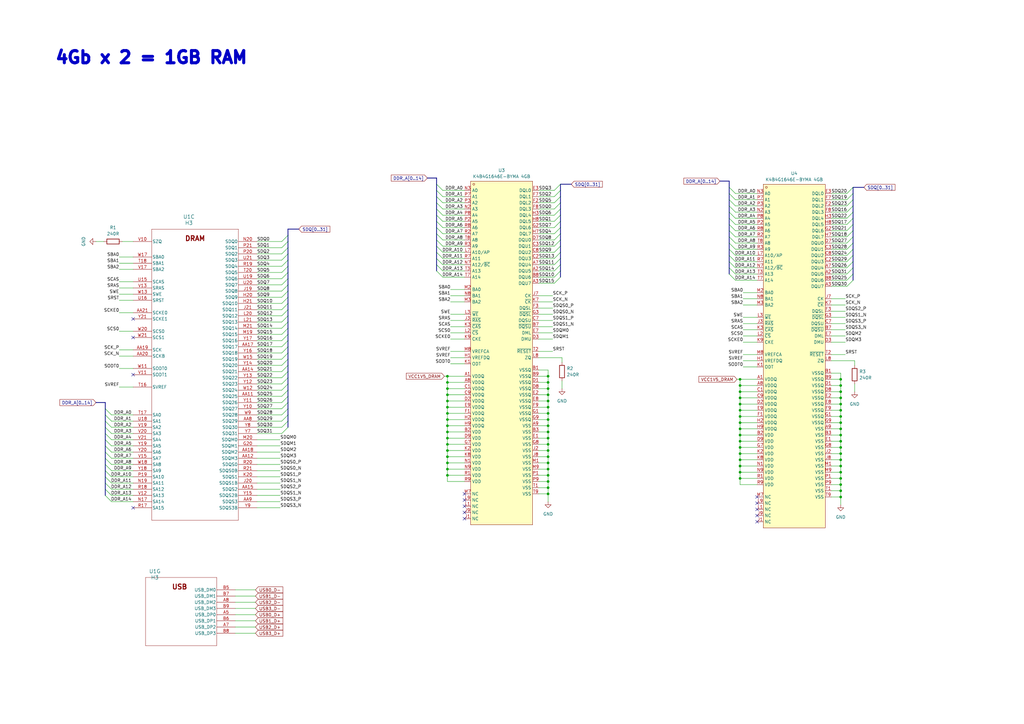
<source format=kicad_sch>
(kicad_sch (version 20250114) (generator "eeschema") (generator_version "9.0")
  (paper "A3")
  (lib_symbols
    (symbol "2024-11-20_05-40-34:H3" (pin_names (offset 0.254))
      (property "Reference" "U1" (at 22.86 10.16 0))
      (property "Value" "H3" (at 22.86 7.62 0))
      (symbol "H3_1_1"
        (pin input line (at 0 0 0) (length 7.62) (name "JTAG-SEL0") (number "A1"))
        (pin input line (at 0 -2.54 0) (length 7.62) (name "JTAG-SEL1") (number "B2"))
        (pin unspecified line (at 0 -7.62 0) (length 7.62) (name "MICIN1N") (number "Y1"))
        (pin unspecified line (at 0 -10.16 0) (length 7.62) (name "MICIN1P") (number "W2"))
        (pin unspecified line (at 0 -12.7 0) (length 7.62) (name "MICIN2N") (number "AA2"))
        (pin unspecified line (at 0 -15.24 0) (length 7.62) (name "MICIN2P") (number "Y2"))
        (pin input line (at 0 -20.32 0) (length 7.62) (name "NMI") (number "AA6"))
        (pin input line (at 0 -22.86 0) (length 7.62) (name "RESET") (number "V6"))
        (pin input line (at 0 -25.4 0) (length 7.62) (name "TEST") (number "T5"))
        (pin input line (at 0 -27.94 0) (length 7.62) (name "UBOOT") (number "W6"))
        (pin unspecified line (at 0 -33.02 0) (length 7.62) (name "EPHY_LINK_LE") (number "A2"))
        (pin unspecified line (at 0 -35.56 0) (length 7.62) (name "EPHY_RTX") (number "F6"))
        (pin unspecified line (at 0 -38.1 0) (length 7.62) (name "EPHY_RXN") (number "A4"))
        (pin unspecified line (at 0 -40.64 0) (length 7.62) (name "EPHY_RXP") (number "B4"))
        (pin unspecified line (at 0 -43.18 0) (length 7.62) (name "EPHY_SPD_LE") (number "F7"))
        (pin unspecified line (at 0 -45.72 0) (length 7.62) (name "EPHY_TXN") (number "A3"))
        (pin unspecified line (at 0 -48.26 0) (length 7.62) (name "EPHY_TXP") (number "B3"))
        (pin unspecified line (at 0 -50.8 0) (length 7.62) (name "HCEC") (number "G5"))
        (pin unspecified line (at 0 -53.34 0) (length 7.62) (name "HHPD") (number "M2"))
        (pin unspecified line (at 0 -55.88 0) (length 7.62) (name "HSCL") (number "H3"))
        (pin unspecified line (at 0 -58.42 0) (length 7.62) (name "HSDA") (number "K3"))
        (pin unspecified line (at 0 -60.96 0) (length 7.62) (name "KEYADC") (number "AA5"))
        (pin unspecified line (at 0 -63.5 0) (length 7.62) (name "MBIAS") (number "W3"))
        (pin bidirectional line (at 0 -68.58 0) (length 7.62) (name "PA0") (number "D11"))
        (pin bidirectional line (at 0 -71.12 0) (length 7.62) (name "PA1") (number "D5"))
        (pin bidirectional line (at 0 -73.66 0) (length 7.62) (name "PA2") (number "D6"))
        (pin bidirectional line (at 0 -76.2 0) (length 7.62) (name "PA3") (number "E13"))
        (pin bidirectional line (at 0 -78.74 0) (length 7.62) (name "PA4") (number "F5"))
        (pin bidirectional line (at 0 -81.28 0) (length 7.62) (name "PA5") (number "H6"))
        (pin bidirectional line (at 0 -83.82 0) (length 7.62) (name "PA6") (number "E14"))
        (pin bidirectional line (at 0 -86.36 0) (length 7.62) (name "PA7") (number "D8"))
        (pin bidirectional line (at 0 -88.9 0) (length 7.62) (name "PA8") (number "F13"))
        (pin bidirectional line (at 0 -91.44 0) (length 7.62) (name "PA9") (number "D13"))
        (pin bidirectional line (at 0 -93.98 0) (length 7.62) (name "PA10") (number "E11"))
        (pin bidirectional line (at 0 -96.52 0) (length 7.62) (name "PA11") (number "F11"))
        (pin bidirectional line (at 0 -99.06 0) (length 7.62) (name "PA12") (number "C13"))
        (pin bidirectional line (at 0 -101.6 0) (length 7.62) (name "PA13") (number "E15"))
        (pin bidirectional line (at 0 -104.14 0) (length 7.62) (name "PA14") (number "G12"))
        (pin bidirectional line (at 0 -106.68 0) (length 7.62) (name "PA15") (number "F14"))
        (pin bidirectional line (at 0 -109.22 0) (length 7.62) (name "PA16") (number "D15"))
        (pin bidirectional line (at 0 -111.76 0) (length 7.62) (name "PA17") (number "C14"))
        (pin bidirectional line (at 0 -114.3 0) (length 7.62) (name "PA18") (number "B13"))
        (pin bidirectional line (at 0 -116.84 0) (length 7.62) (name "PA19") (number "B14"))
        (pin bidirectional line (at 0 -119.38 0) (length 7.62) (name "PA20") (number "A13"))
        (pin bidirectional line (at 0 -121.92 0) (length 7.62) (name "PA21") (number "A14"))
        (pin unspecified line (at 66.04 2.54 180) (length 7.62) (name "LINEOUTL") (number "AA3"))
        (pin unspecified line (at 66.04 0 180) (length 7.62) (name "LINEOUTR") (number "Y3"))
        (pin output line (at 66.04 -5.08 180) (length 7.62) (name "TVOUT") (number "F10"))
        (pin unspecified line (at 66.04 -13.97 180) (length 7.62) (name "X24MIN") (number "K2"))
        (pin unspecified line (at 66.04 -16.51 180) (length 7.62) (name "X24MOUT") (number "K1"))
        (pin unspecified line (at 66.04 -25.4 180) (length 7.62) (name "X32KFOUT") (number "P3"))
        (pin unspecified line (at 66.04 -27.94 180) (length 7.62) (name "X32KIN") (number "V5"))
        (pin unspecified line (at 66.04 -30.48 180) (length 7.62) (name "X32KOUT") (number "U4"))
        (pin unspecified line (at 66.04 -35.56 180) (length 7.62) (name "HTX0N") (number "F1"))
        (pin unspecified line (at 66.04 -38.1 180) (length 7.62) (name "HTX0P") (number "G1"))
        (pin unspecified line (at 66.04 -43.18 180) (length 7.62) (name "HTX1N") (number "G2"))
        (pin unspecified line (at 66.04 -45.72 180) (length 7.62) (name "HTX1P") (number "H2"))
        (pin unspecified line (at 66.04 -50.8 180) (length 7.62) (name "HTX2N") (number "J2"))
        (pin unspecified line (at 66.04 -53.34 180) (length 7.62) (name "HTX2P") (number "J1"))
        (pin unspecified line (at 66.04 -58.42 180) (length 7.62) (name "HTXCN") (number "E2"))
        (pin unspecified line (at 66.04 -60.96 180) (length 7.62) (name "HTXCP") (number "F2"))
        (pin unspecified line (at 66.04 -66.04 180) (length 7.62) (name "LINEINL") (number "V1"))
        (pin unspecified line (at 66.04 -68.58 180) (length 7.62) (name "LINEINR") (number "W1"))
      )
      (symbol "H3_2_1"
        (pin bidirectional line (at 0 0 0) (length 7.62) (name "PE0") (number "B10"))
        (pin bidirectional line (at 0 -2.54 0) (length 7.62) (name "PE1") (number "A10"))
        (pin bidirectional line (at 0 -5.08 0) (length 7.62) (name "PE2") (number "B11"))
        (pin bidirectional line (at 0 -7.62 0) (length 7.62) (name "PE3") (number "C10"))
        (pin bidirectional line (at 0 -10.16 0) (length 7.62) (name "PE4") (number "C9"))
        (pin bidirectional line (at 0 -12.7 0) (length 7.62) (name "PE5") (number "E10"))
        (pin bidirectional line (at 0 -15.24 0) (length 7.62) (name "PE6") (number "D10"))
        (pin bidirectional line (at 0 -17.78 0) (length 7.62) (name "PE7") (number "C8"))
        (pin bidirectional line (at 0 -20.32 0) (length 7.62) (name "PE8") (number "C11"))
        (pin bidirectional line (at 0 -22.86 0) (length 7.62) (name "PE9") (number "C12"))
        (pin bidirectional line (at 0 -25.4 0) (length 7.62) (name "PE10") (number "E8"))
        (pin bidirectional line (at 0 -27.94 0) (length 7.62) (name "PE11") (number "A11"))
        (pin bidirectional line (at 0 -30.48 0) (length 7.62) (name "PE12") (number "B12"))
        (pin bidirectional line (at 0 -33.02 0) (length 7.62) (name "PE13") (number "C7"))
        (pin bidirectional line (at 0 -35.56 0) (length 7.62) (name "PE14") (number "C6"))
        (pin bidirectional line (at 0 -38.1 0) (length 7.62) (name "PE15") (number "C5"))
        (pin bidirectional line (at 0 -43.18 0) (length 7.62) (name "PF0") (number "D19"))
        (pin bidirectional line (at 0 -45.72 0) (length 7.62) (name "PF1") (number "A19"))
        (pin bidirectional line (at 0 -48.26 0) (length 7.62) (name "PF2") (number "D20"))
        (pin bidirectional line (at 0 -50.8 0) (length 7.62) (name "PF3") (number "F18"))
        (pin bidirectional line (at 0 -53.34 0) (length 7.62) (name "PF4") (number "E21"))
        (pin bidirectional line (at 0 -55.88 0) (length 7.62) (name "PF5") (number "C20"))
        (pin bidirectional line (at 0 -58.42 0) (length 7.62) (name "PF6") (number "G18"))
        (pin bidirectional line (at 0 -63.5 0) (length 7.62) (name "PL0") (number "N1"))
        (pin bidirectional line (at 0 -66.04 0) (length 7.62) (name "PL1") (number "M1"))
        (pin bidirectional line (at 0 -68.58 0) (length 7.62) (name "PL2") (number "P2"))
        (pin bidirectional line (at 0 -71.12 0) (length 7.62) (name "PL3") (number "R1"))
        (pin bidirectional line (at 0 -73.66 0) (length 7.62) (name "PL4") (number "N2"))
        (pin bidirectional line (at 0 -76.2 0) (length 7.62) (name "PL5") (number "R2"))
        (pin bidirectional line (at 0 -78.74 0) (length 7.62) (name "PL6") (number "T4"))
        (pin bidirectional line (at 0 -81.28 0) (length 7.62) (name "PL7") (number "T3"))
        (pin bidirectional line (at 0 -83.82 0) (length 7.62) (name "PL8") (number "T2"))
        (pin bidirectional line (at 0 -86.36 0) (length 7.62) (name "PL9") (number "M6"))
        (pin bidirectional line (at 0 -88.9 0) (length 7.62) (name "PL10") (number "V2"))
        (pin bidirectional line (at 0 -91.44 0) (length 7.62) (name "PL11") (number "U2"))
        (pin unspecified line (at 0 -93.98 0) (length 7.62) (name "PLLTEST") (number "L5"))
        (pin bidirectional line (at 45.72 0 180) (length 7.62) (name "PG0") (number "J3"))
        (pin bidirectional line (at 45.72 -2.54 180) (length 7.62) (name "PG1") (number "L2"))
        (pin bidirectional line (at 45.72 -5.08 180) (length 7.62) (name "PG2") (number "H4"))
        (pin bidirectional line (at 45.72 -7.62 180) (length 7.62) (name "PG3") (number "F3"))
        (pin bidirectional line (at 45.72 -10.16 180) (length 7.62) (name "PG4") (number "C2"))
        (pin bidirectional line (at 45.72 -12.7 180) (length 7.62) (name "PG5") (number "C1"))
        (pin bidirectional line (at 45.72 -15.24 180) (length 7.62) (name "PG6") (number "G4"))
        (pin bidirectional line (at 45.72 -17.78 180) (length 7.62) (name "PG7") (number "D3"))
        (pin bidirectional line (at 45.72 -20.32 180) (length 7.62) (name "PG8") (number "C3"))
        (pin bidirectional line (at 45.72 -22.86 180) (length 7.62) (name "PG9") (number "E3"))
        (pin bidirectional line (at 45.72 -25.4 180) (length 7.62) (name "PG10") (number "M3"))
        (pin bidirectional line (at 45.72 -27.94 180) (length 7.62) (name "PG11") (number "D2"))
        (pin bidirectional line (at 45.72 -30.48 180) (length 7.62) (name "PG12") (number "D1"))
        (pin bidirectional line (at 45.72 -33.02 180) (length 7.62) (name "PG13") (number "B1"))
        (pin unspecified line (at 45.72 -43.18 180) (length 7.62) (name "VRA1") (number "Y4"))
        (pin unspecified line (at 45.72 -45.72 180) (length 7.62) (name "VRA2") (number "W5"))
        (pin unspecified line (at 45.72 -48.26 180) (length 7.62) (name "VRP") (number "V4"))
      )
      (symbol "H3_3_1"
        (text "DRAM" (at 25.4 1.27 0) (effects (font (size 2 2) (bold yes))))
        (pin unspecified line (at 0 0 0) (length 7.62) (name "SZQ") (number "V10"))
        (pin bidirectional line (at 0 -6.35 0) (length 7.62) (name "SBA0") (number "W17"))
        (pin bidirectional line (at 0 -8.89 0) (length 7.62) (name "SBA1") (number "T18"))
        (pin bidirectional line (at 0 -11.43 0) (length 7.62) (name "SBA2") (number "V17"))
        (pin bidirectional line (at 0 -16.51 0) (length 7.62) (name "SCAS") (number "U15"))
        (pin output line (at 0 -19.05 0) (length 7.62) (name "SRAS") (number "V13"))
        (pin output line (at 0 -21.59 0) (length 7.62) (name "SWE") (number "W13"))
        (pin output line (at 0 -24.13 0) (length 7.62) (name "SRST") (number "U16"))
        (pin bidirectional line (at 0 -29.21 0) (length 7.62) (name "SCKE0") (number "AA21"))
        (pin bidirectional line (at 0 -31.75 0) (length 7.62) (name "SCKE1") (number "Y21"))
        (pin bidirectional line (at 0 -36.83 0) (length 7.62) (name "SCS0") (number "W20"))
        (pin bidirectional line (at 0 -39.37 0) (length 7.62) (name "SCS1") (number "W21"))
        (pin bidirectional line (at 0 -44.45 0) (length 7.62) (name "SCK") (number "AA19"))
        (pin bidirectional line (at 0 -46.99 0) (length 7.62) (name "SCKB") (number "AA20"))
        (pin output line (at 0 -52.07 0) (length 7.62) (name "SODT0") (number "W11"))
        (pin output line (at 0 -54.61 0) (length 7.62) (name "SODT1") (number "V11"))
        (pin power_in line (at 0 -59.69 0) (length 7.62) (name "SVREF") (number "T16"))
        (pin bidirectional line (at 0 -71.12 0) (length 7.62) (name "SA0") (number "T17"))
        (pin bidirectional line (at 0 -73.66 0) (length 7.62) (name "SA1") (number "U18"))
        (pin bidirectional line (at 0 -76.2 0) (length 7.62) (name "SA2") (number "V19"))
        (pin bidirectional line (at 0 -78.74 0) (length 7.62) (name "SA3") (number "V20"))
        (pin bidirectional line (at 0 -81.28 0) (length 7.62) (name "SA4") (number "V21"))
        (pin bidirectional line (at 0 -83.82 0) (length 7.62) (name "SA5") (number "Y19"))
        (pin bidirectional line (at 0 -86.36 0) (length 7.62) (name "SA6") (number "Y20"))
        (pin bidirectional line (at 0 -88.9 0) (length 7.62) (name "SA7") (number "V15"))
        (pin bidirectional line (at 0 -91.44 0) (length 7.62) (name "SA8") (number "W18"))
        (pin bidirectional line (at 0 -93.98 0) (length 7.62) (name "SA9") (number "Y18"))
        (pin bidirectional line (at 0 -96.52 0) (length 7.62) (name "SA10") (number "P19"))
        (pin bidirectional line (at 0 -99.06 0) (length 7.62) (name "SA11") (number "N19"))
        (pin bidirectional line (at 0 -101.6 0) (length 7.62) (name "SA12") (number "R18"))
        (pin bidirectional line (at 0 -104.14 0) (length 7.62) (name "SA13") (number "V12"))
        (pin bidirectional line (at 0 -106.68 0) (length 7.62) (name "SA14") (number "N17"))
        (pin bidirectional line (at 0 -109.22 0) (length 7.62) (name "SA15") (number "R17"))
        (pin bidirectional line (at 50.8 0 180) (length 7.62) (name "SDQ0") (number "N20"))
        (pin bidirectional line (at 50.8 -2.54 180) (length 7.62) (name "SDQ1") (number "P21"))
        (pin bidirectional line (at 50.8 -5.08 180) (length 7.62) (name "SDQ2") (number "P20"))
        (pin bidirectional line (at 50.8 -7.62 180) (length 7.62) (name "SDQ3") (number "U21"))
        (pin bidirectional line (at 50.8 -10.16 180) (length 7.62) (name "SDQ4") (number "R19"))
        (pin bidirectional line (at 50.8 -12.7 180) (length 7.62) (name "SDQ5") (number "T20"))
        (pin bidirectional line (at 50.8 -15.24 180) (length 7.62) (name "SDQ6") (number "U19"))
        (pin bidirectional line (at 50.8 -17.78 180) (length 7.62) (name "SDQ7") (number "U20"))
        (pin bidirectional line (at 50.8 -20.32 180) (length 7.62) (name "SDQ8") (number "J19"))
        (pin bidirectional line (at 50.8 -22.86 180) (length 7.62) (name "SDQ9") (number "H20"))
        (pin bidirectional line (at 50.8 -25.4 180) (length 7.62) (name "SDQ10") (number "H21"))
        (pin bidirectional line (at 50.8 -27.94 180) (length 7.62) (name "SDQ11") (number "J21"))
        (pin bidirectional line (at 50.8 -30.48 180) (length 7.62) (name "SDQ12") (number "L20"))
        (pin bidirectional line (at 50.8 -33.02 180) (length 7.62) (name "SDQ13") (number "L21"))
        (pin bidirectional line (at 50.8 -35.56 180) (length 7.62) (name "SDQ14") (number "M21"))
        (pin bidirectional line (at 50.8 -38.1 180) (length 7.62) (name "SDQ15") (number "M19"))
        (pin bidirectional line (at 50.8 -40.64 180) (length 7.62) (name "SDQ16") (number "Y17"))
        (pin bidirectional line (at 50.8 -43.18 180) (length 7.62) (name "SDQ17") (number "AA17"))
        (pin bidirectional line (at 50.8 -45.72 180) (length 7.62) (name "SDQ18") (number "Y16"))
        (pin bidirectional line (at 50.8 -48.26 180) (length 7.62) (name "SDQ19") (number "W15"))
        (pin bidirectional line (at 50.8 -50.8 180) (length 7.62) (name "SDQ20") (number "Y14"))
        (pin bidirectional line (at 50.8 -53.34 180) (length 7.62) (name "SDQ21") (number "AA14"))
        (pin bidirectional line (at 50.8 -55.88 180) (length 7.62) (name "SDQ22") (number "Y13"))
        (pin bidirectional line (at 50.8 -58.42 180) (length 7.62) (name "SDQ23") (number "Y12"))
        (pin bidirectional line (at 50.8 -60.96 180) (length 7.62) (name "SDQ24") (number "W12"))
        (pin bidirectional line (at 50.8 -63.5 180) (length 7.62) (name "SDQ25") (number "AA11"))
        (pin bidirectional line (at 50.8 -66.04 180) (length 7.62) (name "SDQ26") (number "Y11"))
        (pin bidirectional line (at 50.8 -68.58 180) (length 7.62) (name "SDQ27") (number "Y10"))
        (pin bidirectional line (at 50.8 -71.12 180) (length 7.62) (name "SDQ28") (number "W9"))
        (pin bidirectional line (at 50.8 -73.66 180) (length 7.62) (name "SDQ29") (number "AA8"))
        (pin bidirectional line (at 50.8 -76.2 180) (length 7.62) (name "SDQ30") (number "Y8"))
        (pin bidirectional line (at 50.8 -78.74 180) (length 7.62) (name "SDQ31") (number "Y7"))
        (pin bidirectional line (at 50.8 -81.28 180) (length 7.62) (name "SDQM0") (number "M20"))
        (pin bidirectional line (at 50.8 -83.82 180) (length 7.62) (name "SDQM1") (number "G20"))
        (pin bidirectional line (at 50.8 -86.36 180) (length 7.62) (name "SDQM2") (number "AA18"))
        (pin bidirectional line (at 50.8 -88.9 180) (length 7.62) (name "SDQM3") (number "AA12"))
        (pin bidirectional line (at 50.8 -91.44 180) (length 7.62) (name "SDQS0") (number "R20"))
        (pin bidirectional line (at 50.8 -93.98 180) (length 7.62) (name "SDQS0B") (number "R21"))
        (pin bidirectional line (at 50.8 -96.52 180) (length 7.62) (name "SDQS1") (number "K20"))
        (pin bidirectional line (at 50.8 -99.06 180) (length 7.62) (name "SDQS1B") (number "J20"))
        (pin bidirectional line (at 50.8 -101.6 180) (length 7.62) (name "SDQS2") (number "AA15"))
        (pin bidirectional line (at 50.8 -104.14 180) (length 7.62) (name "SDQS2B") (number "Y15"))
        (pin bidirectional line (at 50.8 -106.68 180) (length 7.62) (name "SDQS3") (number "AA9"))
        (pin bidirectional line (at 50.8 -109.22 180) (length 7.62) (name "SDQS3B") (number "Y9"))
      )
      (symbol "H3_4_1"
        (pin no_connect line (at 0 0 0) (length 7.62) (name "NC") (number "K4"))
        (pin power_in line (at 0 -2.54 0) (length 7.62) (name "AVCC") (number "V3"))
        (pin power_in line (at 0 -7.62 0) (length 7.62) (name "EPHY_VCC") (number "G7"))
        (pin power_in line (at 0 -10.16 0) (length 7.62) (name "EPHY_VDD") (number "F8"))
        (pin power_in line (at 0 -15.24 0) (length 7.62) (name "HVCC") (number "J6"))
        (pin power_in line (at 0 -20.32 0) (length 7.62) (name "RTC_VIO") (number "M4"))
        (pin power_in line (at 0 -30.48 0) (length 7.62) (name "V33_TV") (number "G9"))
        (pin power_in line (at 0 -35.56 0) (length 7.62) (name "VCC_IO") (number "G13"))
        (pin power_in line (at 0 -38.1 0) (length 7.62) (name "VCC_IO") (number "G14"))
        (pin power_in line (at 0 -40.64 0) (length 7.62) (name "VCC_IO") (number "G15"))
        (pin power_in line (at 0 -43.18 0) (length 7.62) (name "VCC_IO") (number "H13"))
        (pin power_in line (at 0 -45.72 0) (length 7.62) (name "VCC_IO") (number "H14"))
        (pin power_in line (at 0 -48.26 0) (length 7.62) (name "VCC_IO") (number "J14"))
        (pin power_in line (at 0 -50.8 0) (length 7.62) (name "VCC_PD") (number "J15"))
        (pin power_in line (at 0 -53.34 0) (length 7.62) (name "VCC_PG") (number "H7"))
        (pin power_in line (at 0 -55.88 0) (length 7.62) (name "VCC_PLL") (number "N3"))
        (pin power_in line (at 0 -58.42 0) (length 7.62) (name "VCC_RTC") (number "K6"))
        (pin power_in line (at 0 -60.96 0) (length 7.62) (name "VCC_USB") (number "G11"))
        (pin power_in line (at 0 -66.04 0) (length 7.62) (name "VCC-DRAM") (number "L16"))
        (pin power_in line (at 0 -68.58 0) (length 7.62) (name "VCC-DRAM") (number "M16"))
        (pin power_in line (at 0 -71.12 0) (length 7.62) (name "VCC-DRAM") (number "N16"))
        (pin power_in line (at 0 -73.66 0) (length 7.62) (name "VCC-DRAM") (number "P16"))
        (pin power_in line (at 0 -76.2 0) (length 7.62) (name "VCC-DRAM") (number "P17"))
        (pin power_in line (at 0 -78.74 0) (length 7.62) (name "VCC-DRAM") (number "R16"))
        (pin power_in line (at 0 -81.28 0) (length 7.62) (name "VCC-DRAM") (number "T12"))
        (pin power_in line (at 0 -83.82 0) (length 7.62) (name "VCC-DRAM") (number "T13"))
        (pin power_in line (at 0 -86.36 0) (length 7.62) (name "VCC-DRAM") (number "T14"))
        (pin power_in line (at 0 -88.9 0) (length 7.62) (name "VCC-DRAM") (number "T15"))
        (pin power_in line (at 0 -91.44 0) (length 7.62) (name "VCC-DRAM") (number "U11"))
      )
      (symbol "H3_5_1"
        (pin power_in line (at 0 0 0) (length 7.62) (name "VDD_CPUS") (number "J7"))
        (pin power_in line (at 0 -2.54 0) (length 7.62) (name "VDD_CPUS") (number "J8"))
        (pin power_in line (at 0 -5.08 0) (length 7.62) (name "VDD_CPUX") (number "N8"))
        (pin power_in line (at 0 -7.62 0) (length 7.62) (name "VDD_CPUX") (number "P6"))
        (pin power_in line (at 0 -10.16 0) (length 7.62) (name "VDD_CPUX") (number "P7"))
        (pin power_in line (at 0 -12.7 0) (length 7.62) (name "VDD_CPUX") (number "P8"))
        (pin power_in line (at 0 -15.24 0) (length 7.62) (name "VDD_CPUX") (number "P9"))
        (pin power_in line (at 0 -17.78 0) (length 7.62) (name "VDD_CPUX") (number "R6"))
        (pin power_in line (at 0 -20.32 0) (length 7.62) (name "VDD_CPUX") (number "R7"))
        (pin power_in line (at 0 -22.86 0) (length 7.62) (name "VDD_CPUX") (number "R8"))
        (pin power_in line (at 0 -25.4 0) (length 7.62) (name "VDD_CPUX") (number "T6"))
        (pin power_in line (at 0 -27.94 0) (length 7.62) (name "VDD_CPUX") (number "T7"))
        (pin power_in line (at 0 -30.48 0) (length 7.62) (name "VDD_CPUX") (number "T8"))
        (pin power_in line (at 0 -33.02 0) (length 7.62) (name "VDD_CPUX") (number "U6"))
        (pin power_in line (at 0 -35.56 0) (length 7.62) (name "VDD_CPUX") (number "U9"))
        (pin power_in line (at 0 -38.1 0) (length 7.62) (name "VDD_SYS") (number "H10"))
        (pin power_in line (at 0 -40.64 0) (length 7.62) (name "VDD_SYS") (number "J10"))
        (pin power_in line (at 0 -43.18 0) (length 7.62) (name "VDD_SYS") (number "J11"))
        (pin power_in line (at 0 -45.72 0) (length 7.62) (name "VDD_SYS") (number "J12"))
        (pin power_in line (at 0 -48.26 0) (length 7.62) (name "VDD_SYS") (number "K10"))
        (pin power_in line (at 0 -50.8 0) (length 7.62) (name "VDD_SYS") (number "K11"))
        (pin power_in line (at 0 -53.34 0) (length 7.62) (name "VDD_SYS") (number "K12"))
        (pin power_in line (at 0 -55.88 0) (length 7.62) (name "VDD_SYS") (number "L10"))
        (pin power_in line (at 0 -58.42 0) (length 7.62) (name "VDD_SYS") (number "L11"))
        (pin power_in line (at 0 -60.96 0) (length 7.62) (name "VDD_SYS") (number "L12"))
        (pin power_in line (at 0 -63.5 0) (length 7.62) (name "VDD_SYS") (number "L13"))
        (pin power_in line (at 0 -66.04 0) (length 7.62) (name "VDD_SYS") (number "L14"))
        (pin power_in line (at 0 -68.58 0) (length 7.62) (name "VDD_EF_USEBP") (number "H11"))
        (pin power_in line (at 0 -71.12 0) (length 7.62) (name "VDD_EFUSE") (number "G10"))
        (pin power_out line (at 0 -73.66 0) (length 7.62) (name "AGND") (number "U3"))
        (pin power_out line (at 0 -78.74 0) (length 7.62) (name "GND") (number "G8"))
        (pin power_out line (at 0 -81.28 0) (length 7.62) (name "GND") (number "H8"))
        (pin power_out line (at 0 -83.82 0) (length 7.62) (name "GND") (number "J9"))
        (pin power_out line (at 0 -86.36 0) (length 7.62) (name "GND") (number "K7"))
        (pin power_out line (at 0 -88.9 0) (length 7.62) (name "GND") (number "K8"))
        (pin power_out line (at 0 -91.44 0) (length 7.62) (name "GND") (number "K9"))
        (pin power_out line (at 0 -93.98 0) (length 7.62) (name "GND") (number "L8"))
        (pin power_out line (at 0 -96.52 0) (length 7.62) (name "GND") (number "L9"))
        (pin power_out line (at 0 -99.06 0) (length 7.62) (name "GND") (number "M7"))
        (pin power_out line (at 0 -101.6 0) (length 7.62) (name "GND") (number "M8"))
        (pin power_out line (at 0 -104.14 0) (length 7.62) (name "GND") (number "M9"))
        (pin power_out line (at 0 -106.68 0) (length 7.62) (name "GND") (number "N7"))
        (pin power_out line (at 0 -109.22 0) (length 7.62) (name "GND") (number "N9"))
        (pin power_out line (at 0 -111.76 0) (length 7.62) (name "GND") (number "R9"))
        (pin power_out line (at 0 -114.3 0) (length 7.62) (name "GND") (number "A21"))
        (pin power_out line (at 0 -116.84 0) (length 7.62) (name "GND") (number "AA1"))
        (pin power_out line (at 0 -119.38 0) (length 7.62) (name "GND") (number "H12"))
        (pin power_out line (at 0 -121.92 0) (length 7.62) (name "GND") (number "H15"))
        (pin power_out line (at 0 -124.46 0) (length 7.62) (name "GND") (number "J13"))
        (pin power_out line (at 0 -127 0) (length 7.62) (name "GND") (number "J16"))
      )
      (symbol "H3_6_1"
        (pin power_out line (at 0 0 0) (length 7.62) (name "GND") (number "K13"))
        (pin power_out line (at 0 -2.54 0) (length 7.62) (name "GND") (number "K14"))
        (pin power_out line (at 0 -5.08 0) (length 7.62) (name "GND") (number "K15"))
        (pin power_out line (at 0 -7.62 0) (length 7.62) (name "GND") (number "K16"))
        (pin power_out line (at 0 -10.16 0) (length 7.62) (name "GND") (number "L15"))
        (pin power_out line (at 0 -12.7 0) (length 7.62) (name "GND") (number "M10"))
        (pin power_out line (at 0 -15.24 0) (length 7.62) (name "GND") (number "M11"))
        (pin power_out line (at 0 -17.78 0) (length 7.62) (name "GND") (number "M12"))
        (pin power_out line (at 0 -20.32 0) (length 7.62) (name "GND") (number "M13"))
        (pin power_out line (at 0 -22.86 0) (length 7.62) (name "GND") (number "M14"))
        (pin power_out line (at 0 -25.4 0) (length 7.62) (name "GND") (number "M15"))
        (pin power_out line (at 0 -27.94 0) (length 7.62) (name "GND") (number "N10"))
        (pin power_out line (at 0 -30.48 0) (length 7.62) (name "GND") (number "N11"))
        (pin power_out line (at 0 -33.02 0) (length 7.62) (name "GND") (number "N12"))
        (pin power_out line (at 0 -35.56 0) (length 7.62) (name "GND") (number "N13"))
        (pin power_out line (at 0 -38.1 0) (length 7.62) (name "GND") (number "N14"))
        (pin power_out line (at 0 -40.64 0) (length 7.62) (name "GND") (number "N15"))
        (pin power_out line (at 0 -43.18 0) (length 7.62) (name "GND") (number "P10"))
        (pin power_out line (at 0 -45.72 0) (length 7.62) (name "GND") (number "P11"))
        (pin power_out line (at 0 -48.26 0) (length 7.62) (name "GND") (number "P12"))
        (pin power_out line (at 0 -50.8 0) (length 7.62) (name "GND") (number "P13"))
        (pin power_out line (at 0 -53.34 0) (length 7.62) (name "GND") (number "P14"))
        (pin power_out line (at 0 -55.88 0) (length 7.62) (name "GND") (number "P15"))
        (pin power_out line (at 0 -58.42 0) (length 7.62) (name "GND") (number "R10"))
        (pin power_out line (at 0 -60.96 0) (length 7.62) (name "GND") (number "R11"))
        (pin power_out line (at 0 -63.5 0) (length 7.62) (name "GND") (number "R12"))
        (pin power_out line (at 0 -66.04 0) (length 7.62) (name "GND") (number "R13"))
        (pin power_out line (at 0 -68.58 0) (length 7.62) (name "GND") (number "R14"))
        (pin power_out line (at 0 -71.12 0) (length 7.62) (name "GND") (number "T11"))
        (pin power_out line (at 0 -73.66 0) (length 7.62) (name "GND-CPUFB") (number "T9"))
        (pin power_out line (at 0 -76.2 0) (length 7.62) (name "GND-CPUFB") (number "T10"))
        (pin power_out line (at 0 -81.28 0) (length 7.62) (name "HGND") (number "M5"))
      )
      (symbol "H3_7_1"
        (text "USB" (at 33.02 3.81 0) (effects (font (size 2 2) (bold yes))))
        (pin unspecified line (at 55.88 2.54 180) (length 7.62) (name "USB_DM0") (number "B5"))
        (pin unspecified line (at 55.88 0 180) (length 7.62) (name "USB_DM1") (number "B7"))
        (pin unspecified line (at 55.88 -2.54 180) (length 7.62) (name "USB_DM2") (number "A8"))
        (pin unspecified line (at 55.88 -5.08 180) (length 7.62) (name "USB_DM3") (number "B9"))
        (pin unspecified line (at 55.88 -7.62 180) (length 7.62) (name "USB_DP0") (number "A5"))
        (pin unspecified line (at 55.88 -10.16 180) (length 7.62) (name "USB_DP1") (number "B6"))
        (pin unspecified line (at 55.88 -12.7 180) (length 7.62) (name "USB_DP2") (number "A7"))
        (pin unspecified line (at 55.88 -15.24 180) (length 7.62) (name "USB_DP3") (number "B8"))
      )
      (symbol "H3_8_1"
        (pin bidirectional line (at 52.07 2.54 180) (length 7.62) (name "PC0/NAND_WE") (number "C15"))
        (pin bidirectional line (at 52.07 0 180) (length 7.62) (name "PC1/NAND_ALE") (number "C16"))
        (pin bidirectional line (at 52.07 -2.54 180) (length 7.62) (name "PC2/NAND_CLE") (number "B16"))
        (pin bidirectional line (at 52.07 -5.08 180) (length 7.62) (name "PC3/NAND_CE1") (number "B15"))
        (pin bidirectional line (at 52.07 -7.62 180) (length 7.62) (name "PC4/NAND_CE0") (number "F16"))
        (pin bidirectional line (at 52.07 -10.16 180) (length 7.62) (name "PC5/NAND_RE") (number "A17"))
        (pin bidirectional line (at 52.07 -12.7 180) (length 7.62) (name "PC6/NAND_RB0") (number "E16"))
        (pin bidirectional line (at 52.07 -15.24 180) (length 7.62) (name "PC7/NAND_RB1") (number "A16"))
        (pin bidirectional line (at 52.07 -17.78 180) (length 7.62) (name "PC8/NAND_DQ0") (number "B18"))
        (pin bidirectional line (at 52.07 -20.32 180) (length 7.62) (name "PC9/NAND_DQ1") (number "C17"))
        (pin bidirectional line (at 52.07 -22.86 180) (length 7.62) (name "PC10/NAND_DQ2") (number "D17"))
        (pin bidirectional line (at 52.07 -25.4 180) (length 7.62) (name "PC11/NAND_DQ3") (number "C18"))
        (pin bidirectional line (at 52.07 -27.94 180) (length 7.62) (name "PC12/NAND_DQ4") (number "B17"))
        (pin bidirectional line (at 52.07 -30.48 180) (length 7.62) (name "PC13/NAND_DQ5") (number "B19"))
        (pin bidirectional line (at 52.07 -33.02 180) (length 7.62) (name "PC14/NAND_DQ6") (number "F17"))
        (pin bidirectional line (at 52.07 -35.56 180) (length 7.62) (name "PC15/NAND_DQ7") (number "C19"))
        (pin bidirectional line (at 52.07 -38.1 180) (length 7.62) (name "PC16/NAND_DQS") (number "H16"))
      )
      (symbol "H3_9_1"
        (pin bidirectional line (at 66.04 5.08 180) (length 7.62) (name "PD0") (number "C21"))
        (pin bidirectional line (at 66.04 2.54 180) (length 7.62) (name "PD1") (number "H17"))
        (pin bidirectional line (at 66.04 0 180) (length 7.62) (name "PD2") (number "B20"))
        (pin bidirectional line (at 66.04 -2.54 180) (length 7.62) (name "PD3") (number "H18"))
        (pin bidirectional line (at 66.04 -5.08 180) (length 7.62) (name "PD4") (number "A20"))
        (pin bidirectional line (at 66.04 -7.62 180) (length 7.62) (name "PD5") (number "F19"))
        (pin bidirectional line (at 66.04 -10.16 180) (length 7.62) (name "PD6") (number "B21"))
        (pin bidirectional line (at 66.04 -12.7 180) (length 7.62) (name "PD7") (number "E18"))
        (pin bidirectional line (at 66.04 -15.24 180) (length 7.62) (name "PD8") (number "E20"))
        (pin bidirectional line (at 66.04 -17.78 180) (length 7.62) (name "PD9") (number "F21"))
        (pin bidirectional line (at 66.04 -20.32 180) (length 7.62) (name "PD10") (number "H19"))
        (pin bidirectional line (at 66.04 -22.86 180) (length 7.62) (name "PD11") (number "F20"))
        (pin bidirectional line (at 66.04 -25.4 180) (length 7.62) (name "PD12") (number "E19"))
        (pin bidirectional line (at 66.04 -27.94 180) (length 7.62) (name "PD13") (number "K17"))
        (pin bidirectional line (at 66.04 -30.48 180) (length 7.62) (name "PD14") (number "L17"))
        (pin bidirectional line (at 66.04 -33.02 180) (length 7.62) (name "PD15") (number "K18"))
        (pin bidirectional line (at 66.04 -35.56 180) (length 7.62) (name "PD16") (number "L18"))
        (pin bidirectional line (at 66.04 -38.1 180) (length 7.62) (name "PD17") (number "L19"))
      )
    )
    (symbol "Device:R" (pin_numbers (hide yes)) (pin_names (offset 0))
      (property "Reference" "R" (at 2.032 0 90))
      (property "Value" "R" (at 0 0 90))
      (symbol "R_1_1"
        (pin passive line (at 0 3.81 270) (length 1.27) (name "~") (number "1"))
        (pin passive line (at 0 -3.81 90) (length 1.27) (name "~") (number "2"))
      )
    )
    (symbol "H3_1" (pin_names (offset 0.254))
      (property "Reference" "U1" (at 22.86 10.16 0))
      (property "Value" "H3" (at 22.86 7.62 0))
      (symbol "H3_1_1_1"
        (pin input line (at 0 0 0) (length 7.62) (name "JTAG-SEL0") (number "A1"))
        (pin input line (at 0 -2.54 0) (length 7.62) (name "JTAG-SEL1") (number "B2"))
        (pin unspecified line (at 0 -7.62 0) (length 7.62) (name "MICIN1N") (number "Y1"))
        (pin unspecified line (at 0 -10.16 0) (length 7.62) (name "MICIN1P") (number "W2"))
        (pin unspecified line (at 0 -12.7 0) (length 7.62) (name "MICIN2N") (number "AA2"))
        (pin unspecified line (at 0 -15.24 0) (length 7.62) (name "MICIN2P") (number "Y2"))
        (pin input line (at 0 -20.32 0) (length 7.62) (name "NMI") (number "AA6"))
        (pin input line (at 0 -22.86 0) (length 7.62) (name "RESET") (number "V6"))
        (pin input line (at 0 -25.4 0) (length 7.62) (name "TEST") (number "T5"))
        (pin input line (at 0 -27.94 0) (length 7.62) (name "UBOOT") (number "W6"))
        (pin unspecified line (at 0 -33.02 0) (length 7.62) (name "EPHY_LINK_LE") (number "A2"))
        (pin unspecified line (at 0 -35.56 0) (length 7.62) (name "EPHY_RTX") (number "F6"))
        (pin unspecified line (at 0 -38.1 0) (length 7.62) (name "EPHY_RXN") (number "A4"))
        (pin unspecified line (at 0 -40.64 0) (length 7.62) (name "EPHY_RXP") (number "B4"))
        (pin unspecified line (at 0 -43.18 0) (length 7.62) (name "EPHY_SPD_LE") (number "F7"))
        (pin unspecified line (at 0 -45.72 0) (length 7.62) (name "EPHY_TXN") (number "A3"))
        (pin unspecified line (at 0 -48.26 0) (length 7.62) (name "EPHY_TXP") (number "B3"))
        (pin unspecified line (at 0 -50.8 0) (length 7.62) (name "HCEC") (number "G5"))
        (pin unspecified line (at 0 -53.34 0) (length 7.62) (name "HHPD") (number "M2"))
        (pin unspecified line (at 0 -55.88 0) (length 7.62) (name "HSCL") (number "H3"))
        (pin unspecified line (at 0 -58.42 0) (length 7.62) (name "HSDA") (number "K3"))
        (pin unspecified line (at 0 -60.96 0) (length 7.62) (name "KEYADC") (number "AA5"))
        (pin unspecified line (at 0 -63.5 0) (length 7.62) (name "MBIAS") (number "W3"))
        (pin bidirectional line (at 0 -68.58 0) (length 7.62) (name "PA0") (number "D11"))
        (pin bidirectional line (at 0 -71.12 0) (length 7.62) (name "PA1") (number "D5"))
        (pin bidirectional line (at 0 -73.66 0) (length 7.62) (name "PA2") (number "D6"))
        (pin bidirectional line (at 0 -76.2 0) (length 7.62) (name "PA3") (number "E13"))
        (pin bidirectional line (at 0 -78.74 0) (length 7.62) (name "PA4") (number "F5"))
        (pin bidirectional line (at 0 -81.28 0) (length 7.62) (name "PA5") (number "H6"))
        (pin bidirectional line (at 0 -83.82 0) (length 7.62) (name "PA6") (number "E14"))
        (pin bidirectional line (at 0 -86.36 0) (length 7.62) (name "PA7") (number "D8"))
        (pin bidirectional line (at 0 -88.9 0) (length 7.62) (name "PA8") (number "F13"))
        (pin bidirectional line (at 0 -91.44 0) (length 7.62) (name "PA9") (number "D13"))
        (pin bidirectional line (at 0 -93.98 0) (length 7.62) (name "PA10") (number "E11"))
        (pin bidirectional line (at 0 -96.52 0) (length 7.62) (name "PA11") (number "F11"))
        (pin bidirectional line (at 0 -99.06 0) (length 7.62) (name "PA12") (number "C13"))
        (pin bidirectional line (at 0 -101.6 0) (length 7.62) (name "PA13") (number "E15"))
        (pin bidirectional line (at 0 -104.14 0) (length 7.62) (name "PA14") (number "G12"))
        (pin bidirectional line (at 0 -106.68 0) (length 7.62) (name "PA15") (number "F14"))
        (pin bidirectional line (at 0 -109.22 0) (length 7.62) (name "PA16") (number "D15"))
        (pin bidirectional line (at 0 -111.76 0) (length 7.62) (name "PA17") (number "C14"))
        (pin bidirectional line (at 0 -114.3 0) (length 7.62) (name "PA18") (number "B13"))
        (pin bidirectional line (at 0 -116.84 0) (length 7.62) (name "PA19") (number "B14"))
        (pin bidirectional line (at 0 -119.38 0) (length 7.62) (name "PA20") (number "A13"))
        (pin bidirectional line (at 0 -121.92 0) (length 7.62) (name "PA21") (number "A14"))
        (pin unspecified line (at 66.04 2.54 180) (length 7.62) (name "LINEOUTL") (number "AA3"))
        (pin unspecified line (at 66.04 0 180) (length 7.62) (name "LINEOUTR") (number "Y3"))
        (pin output line (at 66.04 -5.08 180) (length 7.62) (name "TVOUT") (number "F10"))
        (pin unspecified line (at 66.04 -13.97 180) (length 7.62) (name "X24MIN") (number "K2"))
        (pin unspecified line (at 66.04 -16.51 180) (length 7.62) (name "X24MOUT") (number "K1"))
        (pin unspecified line (at 66.04 -25.4 180) (length 7.62) (name "X32KFOUT") (number "P3"))
        (pin unspecified line (at 66.04 -27.94 180) (length 7.62) (name "X32KIN") (number "V5"))
        (pin unspecified line (at 66.04 -30.48 180) (length 7.62) (name "X32KOUT") (number "U4"))
        (pin unspecified line (at 66.04 -35.56 180) (length 7.62) (name "HTX0N") (number "F1"))
        (pin unspecified line (at 66.04 -38.1 180) (length 7.62) (name "HTX0P") (number "G1"))
        (pin unspecified line (at 66.04 -43.18 180) (length 7.62) (name "HTX1N") (number "G2"))
        (pin unspecified line (at 66.04 -45.72 180) (length 7.62) (name "HTX1P") (number "H2"))
        (pin unspecified line (at 66.04 -50.8 180) (length 7.62) (name "HTX2N") (number "J2"))
        (pin unspecified line (at 66.04 -53.34 180) (length 7.62) (name "HTX2P") (number "J1"))
        (pin unspecified line (at 66.04 -58.42 180) (length 7.62) (name "HTXCN") (number "E2"))
        (pin unspecified line (at 66.04 -60.96 180) (length 7.62) (name "HTXCP") (number "F2"))
        (pin unspecified line (at 66.04 -66.04 180) (length 7.62) (name "LINEINL") (number "V1"))
        (pin unspecified line (at 66.04 -68.58 180) (length 7.62) (name "LINEINR") (number "W1"))
      )
      (symbol "H3_1_2_1"
        (pin bidirectional line (at 0 0 0) (length 7.62) (name "PE0") (number "B10"))
        (pin bidirectional line (at 0 -2.54 0) (length 7.62) (name "PE1") (number "A10"))
        (pin bidirectional line (at 0 -5.08 0) (length 7.62) (name "PE2") (number "B11"))
        (pin bidirectional line (at 0 -7.62 0) (length 7.62) (name "PE3") (number "C10"))
        (pin bidirectional line (at 0 -10.16 0) (length 7.62) (name "PE4") (number "C9"))
        (pin bidirectional line (at 0 -12.7 0) (length 7.62) (name "PE5") (number "E10"))
        (pin bidirectional line (at 0 -15.24 0) (length 7.62) (name "PE6") (number "D10"))
        (pin bidirectional line (at 0 -17.78 0) (length 7.62) (name "PE7") (number "C8"))
        (pin bidirectional line (at 0 -20.32 0) (length 7.62) (name "PE8") (number "C11"))
        (pin bidirectional line (at 0 -22.86 0) (length 7.62) (name "PE9") (number "C12"))
        (pin bidirectional line (at 0 -25.4 0) (length 7.62) (name "PE10") (number "E8"))
        (pin bidirectional line (at 0 -27.94 0) (length 7.62) (name "PE11") (number "A11"))
        (pin bidirectional line (at 0 -30.48 0) (length 7.62) (name "PE12") (number "B12"))
        (pin bidirectional line (at 0 -33.02 0) (length 7.62) (name "PE13") (number "C7"))
        (pin bidirectional line (at 0 -35.56 0) (length 7.62) (name "PE14") (number "C6"))
        (pin bidirectional line (at 0 -38.1 0) (length 7.62) (name "PE15") (number "C5"))
        (pin bidirectional line (at 0 -43.18 0) (length 7.62) (name "PF0") (number "D19"))
        (pin bidirectional line (at 0 -45.72 0) (length 7.62) (name "PF1") (number "A19"))
        (pin bidirectional line (at 0 -48.26 0) (length 7.62) (name "PF2") (number "D20"))
        (pin bidirectional line (at 0 -50.8 0) (length 7.62) (name "PF3") (number "F18"))
        (pin bidirectional line (at 0 -53.34 0) (length 7.62) (name "PF4") (number "E21"))
        (pin bidirectional line (at 0 -55.88 0) (length 7.62) (name "PF5") (number "C20"))
        (pin bidirectional line (at 0 -58.42 0) (length 7.62) (name "PF6") (number "G18"))
        (pin bidirectional line (at 0 -63.5 0) (length 7.62) (name "PL0") (number "N1"))
        (pin bidirectional line (at 0 -66.04 0) (length 7.62) (name "PL1") (number "M1"))
        (pin bidirectional line (at 0 -68.58 0) (length 7.62) (name "PL2") (number "P2"))
        (pin bidirectional line (at 0 -71.12 0) (length 7.62) (name "PL3") (number "R1"))
        (pin bidirectional line (at 0 -73.66 0) (length 7.62) (name "PL4") (number "N2"))
        (pin bidirectional line (at 0 -76.2 0) (length 7.62) (name "PL5") (number "R2"))
        (pin bidirectional line (at 0 -78.74 0) (length 7.62) (name "PL6") (number "T4"))
        (pin bidirectional line (at 0 -81.28 0) (length 7.62) (name "PL7") (number "T3"))
        (pin bidirectional line (at 0 -83.82 0) (length 7.62) (name "PL8") (number "T2"))
        (pin bidirectional line (at 0 -86.36 0) (length 7.62) (name "PL9") (number "M6"))
        (pin bidirectional line (at 0 -88.9 0) (length 7.62) (name "PL10") (number "V2"))
        (pin bidirectional line (at 0 -91.44 0) (length 7.62) (name "PL11") (number "U2"))
        (pin unspecified line (at 0 -93.98 0) (length 7.62) (name "PLLTEST") (number "L5"))
        (pin bidirectional line (at 45.72 0 180) (length 7.62) (name "PG0") (number "J3"))
        (pin bidirectional line (at 45.72 -2.54 180) (length 7.62) (name "PG1") (number "L2"))
        (pin bidirectional line (at 45.72 -5.08 180) (length 7.62) (name "PG2") (number "H4"))
        (pin bidirectional line (at 45.72 -7.62 180) (length 7.62) (name "PG3") (number "F3"))
        (pin bidirectional line (at 45.72 -10.16 180) (length 7.62) (name "PG4") (number "C2"))
        (pin bidirectional line (at 45.72 -12.7 180) (length 7.62) (name "PG5") (number "C1"))
        (pin bidirectional line (at 45.72 -15.24 180) (length 7.62) (name "PG6") (number "G4"))
        (pin bidirectional line (at 45.72 -17.78 180) (length 7.62) (name "PG7") (number "D3"))
        (pin bidirectional line (at 45.72 -20.32 180) (length 7.62) (name "PG8") (number "C3"))
        (pin bidirectional line (at 45.72 -22.86 180) (length 7.62) (name "PG9") (number "E3"))
        (pin bidirectional line (at 45.72 -25.4 180) (length 7.62) (name "PG10") (number "M3"))
        (pin bidirectional line (at 45.72 -27.94 180) (length 7.62) (name "PG11") (number "D2"))
        (pin bidirectional line (at 45.72 -30.48 180) (length 7.62) (name "PG12") (number "D1"))
        (pin bidirectional line (at 45.72 -33.02 180) (length 7.62) (name "PG13") (number "B1"))
        (pin unspecified line (at 45.72 -43.18 180) (length 7.62) (name "VRA1") (number "Y4"))
        (pin unspecified line (at 45.72 -45.72 180) (length 7.62) (name "VRA2") (number "W5"))
        (pin unspecified line (at 45.72 -48.26 180) (length 7.62) (name "VRP") (number "V4"))
      )
      (symbol "H3_1_3_1"
        (text "DRAM" (at 25.4 1.27 0) (effects (font (size 2 2) (bold yes))))
        (pin unspecified line (at 0 0 0) (length 7.62) (name "SZQ") (number "V10"))
        (pin bidirectional line (at 0 -6.35 0) (length 7.62) (name "SBA0") (number "W17"))
        (pin bidirectional line (at 0 -8.89 0) (length 7.62) (name "SBA1") (number "T18"))
        (pin bidirectional line (at 0 -11.43 0) (length 7.62) (name "SBA2") (number "V17"))
        (pin bidirectional line (at 0 -16.51 0) (length 7.62) (name "SCAS") (number "U15"))
        (pin output line (at 0 -19.05 0) (length 7.62) (name "SRAS") (number "V13"))
        (pin output line (at 0 -21.59 0) (length 7.62) (name "SWE") (number "W13"))
        (pin output line (at 0 -24.13 0) (length 7.62) (name "SRST") (number "U16"))
        (pin bidirectional line (at 0 -29.21 0) (length 7.62) (name "SCKE0") (number "AA21"))
        (pin bidirectional line (at 0 -31.75 0) (length 7.62) (name "SCKE1") (number "Y21"))
        (pin bidirectional line (at 0 -36.83 0) (length 7.62) (name "SCS0") (number "W20"))
        (pin bidirectional line (at 0 -39.37 0) (length 7.62) (name "SCS1") (number "W21"))
        (pin bidirectional line (at 0 -44.45 0) (length 7.62) (name "SCK") (number "AA19"))
        (pin bidirectional line (at 0 -46.99 0) (length 7.62) (name "SCKB") (number "AA20"))
        (pin output line (at 0 -52.07 0) (length 7.62) (name "SODT0") (number "W11"))
        (pin output line (at 0 -54.61 0) (length 7.62) (name "SODT1") (number "V11"))
        (pin power_in line (at 0 -59.69 0) (length 7.62) (name "SVREF") (number "T16"))
        (pin bidirectional line (at 0 -71.12 0) (length 7.62) (name "SA0") (number "T17"))
        (pin bidirectional line (at 0 -73.66 0) (length 7.62) (name "SA1") (number "U18"))
        (pin bidirectional line (at 0 -76.2 0) (length 7.62) (name "SA2") (number "V19"))
        (pin bidirectional line (at 0 -78.74 0) (length 7.62) (name "SA3") (number "V20"))
        (pin bidirectional line (at 0 -81.28 0) (length 7.62) (name "SA4") (number "V21"))
        (pin bidirectional line (at 0 -83.82 0) (length 7.62) (name "SA5") (number "Y19"))
        (pin bidirectional line (at 0 -86.36 0) (length 7.62) (name "SA6") (number "Y20"))
        (pin bidirectional line (at 0 -88.9 0) (length 7.62) (name "SA7") (number "V15"))
        (pin bidirectional line (at 0 -91.44 0) (length 7.62) (name "SA8") (number "W18"))
        (pin bidirectional line (at 0 -93.98 0) (length 7.62) (name "SA9") (number "Y18"))
        (pin bidirectional line (at 0 -96.52 0) (length 7.62) (name "SA10") (number "P19"))
        (pin bidirectional line (at 0 -99.06 0) (length 7.62) (name "SA11") (number "N19"))
        (pin bidirectional line (at 0 -101.6 0) (length 7.62) (name "SA12") (number "R18"))
        (pin bidirectional line (at 0 -104.14 0) (length 7.62) (name "SA13") (number "V12"))
        (pin bidirectional line (at 0 -106.68 0) (length 7.62) (name "SA14") (number "N17"))
        (pin bidirectional line (at 0 -109.22 0) (length 7.62) (name "SA15") (number "R17"))
        (pin bidirectional line (at 50.8 0 180) (length 7.62) (name "SDQ0") (number "N20"))
        (pin bidirectional line (at 50.8 -2.54 180) (length 7.62) (name "SDQ1") (number "P21"))
        (pin bidirectional line (at 50.8 -5.08 180) (length 7.62) (name "SDQ2") (number "P20"))
        (pin bidirectional line (at 50.8 -7.62 180) (length 7.62) (name "SDQ3") (number "U21"))
        (pin bidirectional line (at 50.8 -10.16 180) (length 7.62) (name "SDQ4") (number "R19"))
        (pin bidirectional line (at 50.8 -12.7 180) (length 7.62) (name "SDQ5") (number "T20"))
        (pin bidirectional line (at 50.8 -15.24 180) (length 7.62) (name "SDQ6") (number "U19"))
        (pin bidirectional line (at 50.8 -17.78 180) (length 7.62) (name "SDQ7") (number "U20"))
        (pin bidirectional line (at 50.8 -20.32 180) (length 7.62) (name "SDQ8") (number "J19"))
        (pin bidirectional line (at 50.8 -22.86 180) (length 7.62) (name "SDQ9") (number "H20"))
        (pin bidirectional line (at 50.8 -25.4 180) (length 7.62) (name "SDQ10") (number "H21"))
        (pin bidirectional line (at 50.8 -27.94 180) (length 7.62) (name "SDQ11") (number "J21"))
        (pin bidirectional line (at 50.8 -30.48 180) (length 7.62) (name "SDQ12") (number "L20"))
        (pin bidirectional line (at 50.8 -33.02 180) (length 7.62) (name "SDQ13") (number "L21"))
        (pin bidirectional line (at 50.8 -35.56 180) (length 7.62) (name "SDQ14") (number "M21"))
        (pin bidirectional line (at 50.8 -38.1 180) (length 7.62) (name "SDQ15") (number "M19"))
        (pin bidirectional line (at 50.8 -40.64 180) (length 7.62) (name "SDQ16") (number "Y17"))
        (pin bidirectional line (at 50.8 -43.18 180) (length 7.62) (name "SDQ17") (number "AA17"))
        (pin bidirectional line (at 50.8 -45.72 180) (length 7.62) (name "SDQ18") (number "Y16"))
        (pin bidirectional line (at 50.8 -48.26 180) (length 7.62) (name "SDQ19") (number "W15"))
        (pin bidirectional line (at 50.8 -50.8 180) (length 7.62) (name "SDQ20") (number "Y14"))
        (pin bidirectional line (at 50.8 -53.34 180) (length 7.62) (name "SDQ21") (number "AA14"))
        (pin bidirectional line (at 50.8 -55.88 180) (length 7.62) (name "SDQ22") (number "Y13"))
        (pin bidirectional line (at 50.8 -58.42 180) (length 7.62) (name "SDQ23") (number "Y12"))
        (pin bidirectional line (at 50.8 -60.96 180) (length 7.62) (name "SDQ24") (number "W12"))
        (pin bidirectional line (at 50.8 -63.5 180) (length 7.62) (name "SDQ25") (number "AA11"))
        (pin bidirectional line (at 50.8 -66.04 180) (length 7.62) (name "SDQ26") (number "Y11"))
        (pin bidirectional line (at 50.8 -68.58 180) (length 7.62) (name "SDQ27") (number "Y10"))
        (pin bidirectional line (at 50.8 -71.12 180) (length 7.62) (name "SDQ28") (number "W9"))
        (pin bidirectional line (at 50.8 -73.66 180) (length 7.62) (name "SDQ29") (number "AA8"))
        (pin bidirectional line (at 50.8 -76.2 180) (length 7.62) (name "SDQ30") (number "Y8"))
        (pin bidirectional line (at 50.8 -78.74 180) (length 7.62) (name "SDQ31") (number "Y7"))
        (pin bidirectional line (at 50.8 -81.28 180) (length 7.62) (name "SDQM0") (number "M20"))
        (pin bidirectional line (at 50.8 -83.82 180) (length 7.62) (name "SDQM1") (number "G20"))
        (pin bidirectional line (at 50.8 -86.36 180) (length 7.62) (name "SDQM2") (number "AA18"))
        (pin bidirectional line (at 50.8 -88.9 180) (length 7.62) (name "SDQM3") (number "AA12"))
        (pin bidirectional line (at 50.8 -91.44 180) (length 7.62) (name "SDQS0") (number "R20"))
        (pin bidirectional line (at 50.8 -93.98 180) (length 7.62) (name "SDQS0B") (number "R21"))
        (pin bidirectional line (at 50.8 -96.52 180) (length 7.62) (name "SDQS1") (number "K20"))
        (pin bidirectional line (at 50.8 -99.06 180) (length 7.62) (name "SDQS1B") (number "J20"))
        (pin bidirectional line (at 50.8 -101.6 180) (length 7.62) (name "SDQS2") (number "AA15"))
        (pin bidirectional line (at 50.8 -104.14 180) (length 7.62) (name "SDQS2B") (number "Y15"))
        (pin bidirectional line (at 50.8 -106.68 180) (length 7.62) (name "SDQS3") (number "AA9"))
        (pin bidirectional line (at 50.8 -109.22 180) (length 7.62) (name "SDQS3B") (number "Y9"))
      )
      (symbol "H3_1_4_1"
        (pin no_connect line (at 0 0 0) (length 7.62) (name "NC") (number "K4"))
        (pin power_in line (at 0 -2.54 0) (length 7.62) (name "AVCC") (number "V3"))
        (pin power_in line (at 0 -7.62 0) (length 7.62) (name "EPHY_VCC") (number "G7"))
        (pin power_in line (at 0 -10.16 0) (length 7.62) (name "EPHY_VDD") (number "F8"))
        (pin power_in line (at 0 -15.24 0) (length 7.62) (name "HVCC") (number "J6"))
        (pin power_in line (at 0 -20.32 0) (length 7.62) (name "RTC_VIO") (number "M4"))
        (pin power_in line (at 0 -30.48 0) (length 7.62) (name "V33_TV") (number "G9"))
        (pin power_in line (at 0 -35.56 0) (length 7.62) (name "VCC_IO") (number "G13"))
        (pin power_in line (at 0 -38.1 0) (length 7.62) (name "VCC_IO") (number "G14"))
        (pin power_in line (at 0 -40.64 0) (length 7.62) (name "VCC_IO") (number "G15"))
        (pin power_in line (at 0 -43.18 0) (length 7.62) (name "VCC_IO") (number "H13"))
        (pin power_in line (at 0 -45.72 0) (length 7.62) (name "VCC_IO") (number "H14"))
        (pin power_in line (at 0 -48.26 0) (length 7.62) (name "VCC_IO") (number "J14"))
        (pin power_in line (at 0 -50.8 0) (length 7.62) (name "VCC_PD") (number "J15"))
        (pin power_in line (at 0 -53.34 0) (length 7.62) (name "VCC_PG") (number "H7"))
        (pin power_in line (at 0 -55.88 0) (length 7.62) (name "VCC_PLL") (number "N3"))
        (pin power_in line (at 0 -58.42 0) (length 7.62) (name "VCC_RTC") (number "K6"))
        (pin power_in line (at 0 -60.96 0) (length 7.62) (name "VCC_USB") (number "G11"))
        (pin power_in line (at 0 -66.04 0) (length 7.62) (name "VCC-DRAM") (number "L16"))
        (pin power_in line (at 0 -68.58 0) (length 7.62) (name "VCC-DRAM") (number "M16"))
        (pin power_in line (at 0 -71.12 0) (length 7.62) (name "VCC-DRAM") (number "N16"))
        (pin power_in line (at 0 -73.66 0) (length 7.62) (name "VCC-DRAM") (number "P16"))
        (pin power_in line (at 0 -76.2 0) (length 7.62) (name "VCC-DRAM") (number "P17"))
        (pin power_in line (at 0 -78.74 0) (length 7.62) (name "VCC-DRAM") (number "R16"))
        (pin power_in line (at 0 -81.28 0) (length 7.62) (name "VCC-DRAM") (number "T12"))
        (pin power_in line (at 0 -83.82 0) (length 7.62) (name "VCC-DRAM") (number "T13"))
        (pin power_in line (at 0 -86.36 0) (length 7.62) (name "VCC-DRAM") (number "T14"))
        (pin power_in line (at 0 -88.9 0) (length 7.62) (name "VCC-DRAM") (number "T15"))
        (pin power_in line (at 0 -91.44 0) (length 7.62) (name "VCC-DRAM") (number "U11"))
      )
      (symbol "H3_1_5_1"
        (pin power_in line (at 0 0 0) (length 7.62) (name "VDD_CPUS") (number "J7"))
        (pin power_in line (at 0 -2.54 0) (length 7.62) (name "VDD_CPUS") (number "J8"))
        (pin power_in line (at 0 -5.08 0) (length 7.62) (name "VDD_CPUX") (number "N8"))
        (pin power_in line (at 0 -7.62 0) (length 7.62) (name "VDD_CPUX") (number "P6"))
        (pin power_in line (at 0 -10.16 0) (length 7.62) (name "VDD_CPUX") (number "P7"))
        (pin power_in line (at 0 -12.7 0) (length 7.62) (name "VDD_CPUX") (number "P8"))
        (pin power_in line (at 0 -15.24 0) (length 7.62) (name "VDD_CPUX") (number "P9"))
        (pin power_in line (at 0 -17.78 0) (length 7.62) (name "VDD_CPUX") (number "R6"))
        (pin power_in line (at 0 -20.32 0) (length 7.62) (name "VDD_CPUX") (number "R7"))
        (pin power_in line (at 0 -22.86 0) (length 7.62) (name "VDD_CPUX") (number "R8"))
        (pin power_in line (at 0 -25.4 0) (length 7.62) (name "VDD_CPUX") (number "T6"))
        (pin power_in line (at 0 -27.94 0) (length 7.62) (name "VDD_CPUX") (number "T7"))
        (pin power_in line (at 0 -30.48 0) (length 7.62) (name "VDD_CPUX") (number "T8"))
        (pin power_in line (at 0 -33.02 0) (length 7.62) (name "VDD_CPUX") (number "U6"))
        (pin power_in line (at 0 -35.56 0) (length 7.62) (name "VDD_CPUX") (number "U9"))
        (pin power_in line (at 0 -38.1 0) (length 7.62) (name "VDD_SYS") (number "H10"))
        (pin power_in line (at 0 -40.64 0) (length 7.62) (name "VDD_SYS") (number "J10"))
        (pin power_in line (at 0 -43.18 0) (length 7.62) (name "VDD_SYS") (number "J11"))
        (pin power_in line (at 0 -45.72 0) (length 7.62) (name "VDD_SYS") (number "J12"))
        (pin power_in line (at 0 -48.26 0) (length 7.62) (name "VDD_SYS") (number "K10"))
        (pin power_in line (at 0 -50.8 0) (length 7.62) (name "VDD_SYS") (number "K11"))
        (pin power_in line (at 0 -53.34 0) (length 7.62) (name "VDD_SYS") (number "K12"))
        (pin power_in line (at 0 -55.88 0) (length 7.62) (name "VDD_SYS") (number "L10"))
        (pin power_in line (at 0 -58.42 0) (length 7.62) (name "VDD_SYS") (number "L11"))
        (pin power_in line (at 0 -60.96 0) (length 7.62) (name "VDD_SYS") (number "L12"))
        (pin power_in line (at 0 -63.5 0) (length 7.62) (name "VDD_SYS") (number "L13"))
        (pin power_in line (at 0 -66.04 0) (length 7.62) (name "VDD_SYS") (number "L14"))
        (pin power_in line (at 0 -68.58 0) (length 7.62) (name "VDD_EF_USEBP") (number "H11"))
        (pin power_in line (at 0 -71.12 0) (length 7.62) (name "VDD_EFUSE") (number "G10"))
        (pin power_out line (at 0 -73.66 0) (length 7.62) (name "AGND") (number "U3"))
        (pin power_out line (at 0 -78.74 0) (length 7.62) (name "GND") (number "G8"))
        (pin power_out line (at 0 -81.28 0) (length 7.62) (name "GND") (number "H8"))
        (pin power_out line (at 0 -83.82 0) (length 7.62) (name "GND") (number "J9"))
        (pin power_out line (at 0 -86.36 0) (length 7.62) (name "GND") (number "K7"))
        (pin power_out line (at 0 -88.9 0) (length 7.62) (name "GND") (number "K8"))
        (pin power_out line (at 0 -91.44 0) (length 7.62) (name "GND") (number "K9"))
        (pin power_out line (at 0 -93.98 0) (length 7.62) (name "GND") (number "L8"))
        (pin power_out line (at 0 -96.52 0) (length 7.62) (name "GND") (number "L9"))
        (pin power_out line (at 0 -99.06 0) (length 7.62) (name "GND") (number "M7"))
        (pin power_out line (at 0 -101.6 0) (length 7.62) (name "GND") (number "M8"))
        (pin power_out line (at 0 -104.14 0) (length 7.62) (name "GND") (number "M9"))
        (pin power_out line (at 0 -106.68 0) (length 7.62) (name "GND") (number "N7"))
        (pin power_out line (at 0 -109.22 0) (length 7.62) (name "GND") (number "N9"))
        (pin power_out line (at 0 -111.76 0) (length 7.62) (name "GND") (number "R9"))
        (pin power_out line (at 0 -114.3 0) (length 7.62) (name "GND") (number "A21"))
        (pin power_out line (at 0 -116.84 0) (length 7.62) (name "GND") (number "AA1"))
        (pin power_out line (at 0 -119.38 0) (length 7.62) (name "GND") (number "H12"))
        (pin power_out line (at 0 -121.92 0) (length 7.62) (name "GND") (number "H15"))
        (pin power_out line (at 0 -124.46 0) (length 7.62) (name "GND") (number "J13"))
        (pin power_out line (at 0 -127 0) (length 7.62) (name "GND") (number "J16"))
      )
      (symbol "H3_1_6_1"
        (pin power_out line (at 0 0 0) (length 7.62) (name "GND") (number "K13"))
        (pin power_out line (at 0 -2.54 0) (length 7.62) (name "GND") (number "K14"))
        (pin power_out line (at 0 -5.08 0) (length 7.62) (name "GND") (number "K15"))
        (pin power_out line (at 0 -7.62 0) (length 7.62) (name "GND") (number "K16"))
        (pin power_out line (at 0 -10.16 0) (length 7.62) (name "GND") (number "L15"))
        (pin power_out line (at 0 -12.7 0) (length 7.62) (name "GND") (number "M10"))
        (pin power_out line (at 0 -15.24 0) (length 7.62) (name "GND") (number "M11"))
        (pin power_out line (at 0 -17.78 0) (length 7.62) (name "GND") (number "M12"))
        (pin power_out line (at 0 -20.32 0) (length 7.62) (name "GND") (number "M13"))
        (pin power_out line (at 0 -22.86 0) (length 7.62) (name "GND") (number "M14"))
        (pin power_out line (at 0 -25.4 0) (length 7.62) (name "GND") (number "M15"))
        (pin power_out line (at 0 -27.94 0) (length 7.62) (name "GND") (number "N10"))
        (pin power_out line (at 0 -30.48 0) (length 7.62) (name "GND") (number "N11"))
        (pin power_out line (at 0 -33.02 0) (length 7.62) (name "GND") (number "N12"))
        (pin power_out line (at 0 -35.56 0) (length 7.62) (name "GND") (number "N13"))
        (pin power_out line (at 0 -38.1 0) (length 7.62) (name "GND") (number "N14"))
        (pin power_out line (at 0 -40.64 0) (length 7.62) (name "GND") (number "N15"))
        (pin power_out line (at 0 -43.18 0) (length 7.62) (name "GND") (number "P10"))
        (pin power_out line (at 0 -45.72 0) (length 7.62) (name "GND") (number "P11"))
        (pin power_out line (at 0 -48.26 0) (length 7.62) (name "GND") (number "P12"))
        (pin power_out line (at 0 -50.8 0) (length 7.62) (name "GND") (number "P13"))
        (pin power_out line (at 0 -53.34 0) (length 7.62) (name "GND") (number "P14"))
        (pin power_out line (at 0 -55.88 0) (length 7.62) (name "GND") (number "P15"))
        (pin power_out line (at 0 -58.42 0) (length 7.62) (name "GND") (number "R10"))
        (pin power_out line (at 0 -60.96 0) (length 7.62) (name "GND") (number "R11"))
        (pin power_out line (at 0 -63.5 0) (length 7.62) (name "GND") (number "R12"))
        (pin power_out line (at 0 -66.04 0) (length 7.62) (name "GND") (number "R13"))
        (pin power_out line (at 0 -68.58 0) (length 7.62) (name "GND") (number "R14"))
        (pin power_out line (at 0 -71.12 0) (length 7.62) (name "GND") (number "T11"))
        (pin power_out line (at 0 -73.66 0) (length 7.62) (name "GND-CPUFB") (number "T9"))
        (pin power_out line (at 0 -76.2 0) (length 7.62) (name "GND-CPUFB") (number "T10"))
        (pin power_out line (at 0 -81.28 0) (length 7.62) (name "HGND") (number "M5"))
      )
      (symbol "H3_1_7_1"
        (text "USB" (at 33.02 3.81 0) (effects (font (size 2 2) (bold yes))))
        (pin unspecified line (at 55.88 2.54 180) (length 7.62) (name "USB_DM0") (number "B5"))
        (pin unspecified line (at 55.88 0 180) (length 7.62) (name "USB_DM1") (number "B7"))
        (pin unspecified line (at 55.88 -2.54 180) (length 7.62) (name "USB_DM2") (number "A8"))
        (pin unspecified line (at 55.88 -5.08 180) (length 7.62) (name "USB_DM3") (number "B9"))
        (pin unspecified line (at 55.88 -7.62 180) (length 7.62) (name "USB_DP0") (number "A5"))
        (pin unspecified line (at 55.88 -10.16 180) (length 7.62) (name "USB_DP1") (number "B6"))
        (pin unspecified line (at 55.88 -12.7 180) (length 7.62) (name "USB_DP2") (number "A7"))
        (pin unspecified line (at 55.88 -15.24 180) (length 7.62) (name "USB_DP3") (number "B8"))
      )
      (symbol "H3_1_8_1"
        (pin bidirectional line (at 52.07 2.54 180) (length 7.62) (name "PC0/NAND_WE") (number "C15"))
        (pin bidirectional line (at 52.07 0 180) (length 7.62) (name "PC1/NAND_ALE") (number "C16"))
        (pin bidirectional line (at 52.07 -2.54 180) (length 7.62) (name "PC2/NAND_CLE") (number "B16"))
        (pin bidirectional line (at 52.07 -5.08 180) (length 7.62) (name "PC3/NAND_CE1") (number "B15"))
        (pin bidirectional line (at 52.07 -7.62 180) (length 7.62) (name "PC4/NAND_CE0") (number "F16"))
        (pin bidirectional line (at 52.07 -10.16 180) (length 7.62) (name "PC5/NAND_RE") (number "A17"))
        (pin bidirectional line (at 52.07 -12.7 180) (length 7.62) (name "PC6/NAND_RB0") (number "E16"))
        (pin bidirectional line (at 52.07 -15.24 180) (length 7.62) (name "PC7/NAND_RB1") (number "A16"))
        (pin bidirectional line (at 52.07 -17.78 180) (length 7.62) (name "PC8/NAND_DQ0") (number "B18"))
        (pin bidirectional line (at 52.07 -20.32 180) (length 7.62) (name "PC9/NAND_DQ1") (number "C17"))
        (pin bidirectional line (at 52.07 -22.86 180) (length 7.62) (name "PC10/NAND_DQ2") (number "D17"))
        (pin bidirectional line (at 52.07 -25.4 180) (length 7.62) (name "PC11/NAND_DQ3") (number "C18"))
        (pin bidirectional line (at 52.07 -27.94 180) (length 7.62) (name "PC12/NAND_DQ4") (number "B17"))
        (pin bidirectional line (at 52.07 -30.48 180) (length 7.62) (name "PC13/NAND_DQ5") (number "B19"))
        (pin bidirectional line (at 52.07 -33.02 180) (length 7.62) (name "PC14/NAND_DQ6") (number "F17"))
        (pin bidirectional line (at 52.07 -35.56 180) (length 7.62) (name "PC15/NAND_DQ7") (number "C19"))
        (pin bidirectional line (at 52.07 -38.1 180) (length 7.62) (name "PC16/NAND_DQS") (number "H16"))
      )
      (symbol "H3_1_9_1"
        (pin bidirectional line (at 66.04 5.08 180) (length 7.62) (name "PD0") (number "C21"))
        (pin bidirectional line (at 66.04 2.54 180) (length 7.62) (name "PD1") (number "H17"))
        (pin bidirectional line (at 66.04 0 180) (length 7.62) (name "PD2") (number "B20"))
        (pin bidirectional line (at 66.04 -2.54 180) (length 7.62) (name "PD3") (number "H18"))
        (pin bidirectional line (at 66.04 -5.08 180) (length 7.62) (name "PD4") (number "A20"))
        (pin bidirectional line (at 66.04 -7.62 180) (length 7.62) (name "PD5") (number "F19"))
        (pin bidirectional line (at 66.04 -10.16 180) (length 7.62) (name "PD6") (number "B21"))
        (pin bidirectional line (at 66.04 -12.7 180) (length 7.62) (name "PD7") (number "E18"))
        (pin bidirectional line (at 66.04 -15.24 180) (length 7.62) (name "PD8") (number "E20"))
        (pin bidirectional line (at 66.04 -17.78 180) (length 7.62) (name "PD9") (number "F21"))
        (pin bidirectional line (at 66.04 -20.32 180) (length 7.62) (name "PD10") (number "H19"))
        (pin bidirectional line (at 66.04 -22.86 180) (length 7.62) (name "PD11") (number "F20"))
        (pin bidirectional line (at 66.04 -25.4 180) (length 7.62) (name "PD12") (number "E19"))
        (pin bidirectional line (at 66.04 -27.94 180) (length 7.62) (name "PD13") (number "K17"))
        (pin bidirectional line (at 66.04 -30.48 180) (length 7.62) (name "PD14") (number "L17"))
        (pin bidirectional line (at 66.04 -33.02 180) (length 7.62) (name "PD15") (number "K18"))
        (pin bidirectional line (at 66.04 -35.56 180) (length 7.62) (name "PD16") (number "L18"))
        (pin bidirectional line (at 66.04 -38.1 180) (length 7.62) (name "PD17") (number "L19"))
      )
    )
    (symbol "easyeda2kicad:K4B4G1646E-BYMA4GB"
      (property "Reference" "U" (at 0 64.77 0))
      (property "Value" "K4B4G1646E-BYMA 4GB" (at 1.27 -81.28 0))
      (symbol "K4B4G1646E-BYMA4GB_0_1"
        (pin unspecified line (at -15.24 58.42 0) (length 2.54) (name "A0") (number "N3"))
        (pin unspecified line (at -15.24 55.88 0) (length 2.54) (name "A1") (number "P7"))
        (pin unspecified line (at -15.24 53.34 0) (length 2.54) (name "A2") (number "P3"))
        (pin unspecified line (at -15.24 50.8 0) (length 2.54) (name "A3") (number "N2"))
        (pin unspecified line (at -15.24 48.26 0) (length 2.54) (name "A4") (number "P8"))
        (pin unspecified line (at -15.24 45.72 0) (length 2.54) (name "A5") (number "P2"))
        (pin unspecified line (at -15.24 43.18 0) (length 2.54) (name "A6") (number "R8"))
        (pin unspecified line (at -15.24 40.64 0) (length 2.54) (name "A7") (number "R2"))
        (pin unspecified line (at -15.24 38.1 0) (length 2.54) (name "A8") (number "T8"))
        (pin unspecified line (at -15.24 35.56 0) (length 2.54) (name "A9") (number "R3"))
        (pin unspecified line (at -15.24 33.02 0) (length 2.54) (name "A10/AP") (number "L7"))
        (pin unspecified line (at -15.24 30.48 0) (length 2.54) (name "A11") (number "R7"))
        (pin unspecified line (at -15.24 27.94 0) (length 2.54) (name "A12/~{BC}") (number "N7"))
        (pin unspecified line (at -15.24 25.4 0) (length 2.54) (name "A13") (number "T3"))
        (pin unspecified line (at -15.24 22.86 0) (length 2.54) (name "A14") (number "T7"))
        (pin unspecified line (at -15.24 17.78 0) (length 2.54) (name "BA0") (number "M2"))
        (pin unspecified line (at -15.24 15.24 0) (length 2.54) (name "BA1") (number "N8"))
        (pin unspecified line (at -15.24 12.7 0) (length 2.54) (name "BA2") (number "M3"))
        (pin unspecified line (at -15.24 7.62 0) (length 2.54) (name "~{WE}") (number "L3"))
        (pin unspecified line (at -15.24 5.08 0) (length 2.54) (name "~{RAS}") (number "J3"))
        (pin unspecified line (at -15.24 2.54 0) (length 2.54) (name "~{CAS}") (number "K3"))
        (pin unspecified line (at -15.24 0 0) (length 2.54) (name "~{CS}") (number "L2"))
        (pin unspecified line (at -15.24 -2.54 0) (length 2.54) (name "CKE") (number "K9"))
        (pin unspecified line (at -15.24 -7.62 0) (length 2.54) (name "VREFCA") (number "M8"))
        (pin unspecified line (at -15.24 -10.16 0) (length 2.54) (name "VREFDQ") (number "H1"))
        (pin unspecified line (at -15.24 -12.7 0) (length 2.54) (name "ODT") (number "K1"))
        (pin unspecified line (at -15.24 -17.78 0) (length 2.54) (name "VDDQ") (number "A1"))
        (pin unspecified line (at -15.24 -20.32 0) (length 2.54) (name "VDDQ") (number "A8"))
        (pin unspecified line (at -15.24 -22.86 0) (length 2.54) (name "VDDQ") (number "C1"))
        (pin unspecified line (at -15.24 -25.4 0) (length 2.54) (name "VDDQ") (number "C9"))
        (pin unspecified line (at -15.24 -27.94 0) (length 2.54) (name "VDDQ") (number "D2"))
        (pin unspecified line (at -15.24 -30.48 0) (length 2.54) (name "VDDQ") (number "E9"))
        (pin unspecified line (at -15.24 -33.02 0) (length 2.54) (name "VDDQ") (number "F1"))
        (pin unspecified line (at -15.24 -35.56 0) (length 2.54) (name "VDDQ") (number "H2"))
        (pin unspecified line (at -15.24 -38.1 0) (length 2.54) (name "VDDQ") (number "H9"))
        (pin unspecified line (at -15.24 -40.64 0) (length 2.54) (name "VDD") (number "B2"))
        (pin unspecified line (at -15.24 -43.18 0) (length 2.54) (name "VDD") (number "D9"))
        (pin unspecified line (at -15.24 -45.72 0) (length 2.54) (name "VDD") (number "G7"))
        (pin unspecified line (at -15.24 -48.26 0) (length 2.54) (name "VDD") (number "K2"))
        (pin unspecified line (at -15.24 -50.8 0) (length 2.54) (name "VDD") (number "K8"))
        (pin unspecified line (at -15.24 -53.34 0) (length 2.54) (name "VDD") (number "N1"))
        (pin unspecified line (at -15.24 -55.88 0) (length 2.54) (name "VDD") (number "N9"))
        (pin unspecified line (at -15.24 -58.42 0) (length 2.54) (name "VDD") (number "R1"))
        (pin unspecified line (at -15.24 -60.96 0) (length 2.54) (name "VDD") (number "R9"))
        (pin unspecified line (at -15.24 -66.04 0) (length 2.54) (name "NC") (number "M7"))
        (pin unspecified line (at -15.24 -68.58 0) (length 2.54) (name "NC") (number "L9"))
        (pin unspecified line (at -15.24 -71.12 0) (length 2.54) (name "NC") (number "L1"))
        (pin unspecified line (at -15.24 -73.66 0) (length 2.54) (name "NC") (number "J9"))
        (pin unspecified line (at -15.24 -76.2 0) (length 2.54) (name "NC") (number "J1"))
        (pin unspecified line (at 15.24 58.42 180) (length 2.54) (name "DQL0") (number "E3"))
        (pin unspecified line (at 15.24 55.88 180) (length 2.54) (name "DQL1") (number "F7"))
        (pin unspecified line (at 15.24 53.34 180) (length 2.54) (name "DQL2") (number "F2"))
        (pin unspecified line (at 15.24 50.8 180) (length 2.54) (name "DQL3") (number "F8"))
        (pin unspecified line (at 15.24 48.26 180) (length 2.54) (name "DQL4") (number "H3"))
        (pin unspecified line (at 15.24 45.72 180) (length 2.54) (name "DQL5") (number "H8"))
        (pin unspecified line (at 15.24 43.18 180) (length 2.54) (name "DQL6") (number "G2"))
        (pin unspecified line (at 15.24 40.64 180) (length 2.54) (name "DQL7") (number "H7"))
        (pin unspecified line (at 15.24 38.1 180) (length 2.54) (name "DQU0") (number "D7"))
        (pin unspecified line (at 15.24 35.56 180) (length 2.54) (name "DQU1") (number "C3"))
        (pin unspecified line (at 15.24 33.02 180) (length 2.54) (name "DQU2") (number "C8"))
        (pin unspecified line (at 15.24 30.48 180) (length 2.54) (name "DQU3") (number "C2"))
        (pin unspecified line (at 15.24 27.94 180) (length 2.54) (name "DQU4") (number "A7"))
        (pin unspecified line (at 15.24 25.4 180) (length 2.54) (name "DQU5") (number "A2"))
        (pin unspecified line (at 15.24 22.86 180) (length 2.54) (name "DQU6") (number "B8"))
        (pin unspecified line (at 15.24 20.32 180) (length 2.54) (name "DQU7") (number "A3"))
        (pin unspecified line (at 15.24 15.24 180) (length 2.54) (name "CK") (number "J7"))
        (pin unspecified line (at 15.24 12.7 180) (length 2.54) (name "~{CK}") (number "K7"))
        (pin unspecified line (at 15.24 10.16 180) (length 2.54) (name "DQSL") (number "F3"))
        (pin unspecified line (at 15.24 7.62 180) (length 2.54) (name "~{DQSL}") (number "G3"))
        (pin unspecified line (at 15.24 5.08 180) (length 2.54) (name "DQSU") (number "C7"))
        (pin unspecified line (at 15.24 2.54 180) (length 2.54) (name "~{DQSU}") (number "B7"))
        (pin unspecified line (at 15.24 0 180) (length 2.54) (name "DML") (number "E7"))
        (pin unspecified line (at 15.24 -2.54 180) (length 2.54) (name "DMU") (number "D3"))
        (pin unspecified line (at 15.24 -7.62 180) (length 2.54) (name "~{RESET}") (number "T2"))
        (pin unspecified line (at 15.24 -10.16 180) (length 2.54) (name "ZQ") (number "L8"))
        (pin unspecified line (at 15.24 -15.24 180) (length 2.54) (name "VSSQ") (number "B1"))
        (pin unspecified line (at 15.24 -17.78 180) (length 2.54) (name "VSSQ") (number "B9"))
        (pin unspecified line (at 15.24 -20.32 180) (length 2.54) (name "VSSQ") (number "D1"))
        (pin unspecified line (at 15.24 -22.86 180) (length 2.54) (name "VSSQ") (number "D8"))
        (pin unspecified line (at 15.24 -25.4 180) (length 2.54) (name "VSSQ") (number "E2"))
        (pin unspecified line (at 15.24 -27.94 180) (length 2.54) (name "VSSQ") (number "E8"))
        (pin unspecified line (at 15.24 -30.48 180) (length 2.54) (name "VSSQ") (number "F9"))
        (pin unspecified line (at 15.24 -33.02 180) (length 2.54) (name "VSSQ") (number "G1"))
        (pin unspecified line (at 15.24 -35.56 180) (length 2.54) (name "VSSQ") (number "G9"))
        (pin unspecified line (at 15.24 -38.1 180) (length 2.54) (name "VSS") (number "A9"))
        (pin unspecified line (at 15.24 -40.64 180) (length 2.54) (name "VSS") (number "B3"))
        (pin unspecified line (at 15.24 -43.18 180) (length 2.54) (name "VSS") (number "E1"))
        (pin unspecified line (at 15.24 -45.72 180) (length 2.54) (name "VSS") (number "G8"))
        (pin unspecified line (at 15.24 -48.26 180) (length 2.54) (name "VSS") (number "J2"))
        (pin unspecified line (at 15.24 -50.8 180) (length 2.54) (name "VSS") (number "J8"))
        (pin unspecified line (at 15.24 -53.34 180) (length 2.54) (name "VSS") (number "M1"))
        (pin unspecified line (at 15.24 -55.88 180) (length 2.54) (name "VSS") (number "M9"))
        (pin unspecified line (at 15.24 -58.42 180) (length 2.54) (name "VSS") (number "P1"))
        (pin unspecified line (at 15.24 -60.96 180) (length 2.54) (name "VSS") (number "P9"))
        (pin unspecified line (at 15.24 -63.5 180) (length 2.54) (name "VSS") (number "T1"))
        (pin unspecified line (at 15.24 -66.04 180) (length 2.54) (name "VSS") (number "T9"))
      )
    )
    (symbol "power:GND" (power) (pin_names (offset 0))
      (property "Value" "GND" (at 0 -3.81 0))
      (symbol "GND_1_1"
        (pin power_in line (at 0 0 270) (length 0) (hide yes) (name "GND") (number "1"))
      )
    )
  )
  (text "4Gb x 2 = 1GB RAM" (at 22.225 26.67 0) (effects (font (size 5 5) (thickness 2) (bold yes)) (justify left bottom)))
  (junction (at 183.515 174.625))
  (junction (at 224.79 192.405))
  (junction (at 344.805 178.435))
  (junction (at 224.79 161.925))
  (junction (at 224.79 184.785))
  (junction (at 344.805 186.055))
  (junction (at 344.805 203.835))
  (junction (at 224.79 177.165))
  (junction (at 344.805 155.575))
  (junction (at 224.79 179.705))
  (junction (at 303.53 193.675))
  (junction (at 224.79 200.025))
  (junction (at 344.805 158.115))
  (junction (at 224.79 164.465))
  (junction (at 344.805 201.295))
  (junction (at 183.515 167.005))
  (junction (at 344.805 168.275))
  (junction (at 224.79 189.865))
  (junction (at 183.515 194.945))
  (junction (at 224.79 156.845))
  (junction (at 183.515 154.305))
  (junction (at 224.79 159.385))
  (junction (at 344.805 198.755))
  (junction (at 224.79 169.545))
  (junction (at 303.53 173.355))
  (junction (at 344.805 188.595))
  (junction (at 303.53 168.275))
  (junction (at 183.515 182.245))
  (junction (at 303.53 158.115))
  (junction (at 303.53 183.515))
  (junction (at 303.53 188.595))
  (junction (at 183.515 187.325))
  (junction (at 224.79 167.005))
  (junction (at 183.515 177.165))
  (junction (at 224.79 172.085))
  (junction (at 344.805 196.215))
  (junction (at 183.515 172.085))
  (junction (at 303.53 186.055))
  (junction (at 224.79 202.565))
  (junction (at 183.515 159.385))
  (junction (at 303.53 155.575))
  (junction (at 344.805 180.975))
  (junction (at 344.805 175.895))
  (junction (at 303.53 196.215))
  (junction (at 183.515 184.785))
  (junction (at 183.515 179.705))
  (junction (at 183.515 156.845))
  (junction (at 344.805 193.675))
  (junction (at 183.515 192.405))
  (junction (at 183.515 189.865))
  (junction (at 224.79 182.245))
  (junction (at 224.79 197.485))
  (junction (at 344.805 163.195))
  (junction (at 303.53 178.435))
  (junction (at 303.53 175.895))
  (junction (at 224.79 154.305))
  (junction (at 344.805 165.735))
  (junction (at 183.515 164.465))
  (junction (at 344.805 173.355))
  (junction (at 224.79 194.945))
  (junction (at 303.53 170.815))
  (junction (at 224.79 187.325))
  (junction (at 183.515 169.545))
  (junction (at 303.53 191.135))
  (junction (at 183.515 161.925))
  (junction (at 303.53 160.655))
  (junction (at 303.53 180.975))
  (junction (at 344.805 160.655))
  (junction (at 303.53 165.735))
  (junction (at 344.805 170.815))
  (junction (at 344.805 183.515))
  (junction (at 224.79 174.625))
  (junction (at 344.805 191.135))
  (junction (at 303.53 163.195))
  (no_connect (at 190.5 210.185))
  (no_connect (at 54.61 138.43))
  (no_connect (at 310.515 203.835))
  (no_connect (at 190.5 202.565))
  (no_connect (at 310.515 213.995))
  (no_connect (at 190.5 207.645))
  (no_connect (at 190.5 205.105))
  (no_connect (at 54.61 130.81))
  (no_connect (at 310.515 206.375))
  (no_connect (at 54.61 153.67))
  (no_connect (at 190.5 212.725))
  (no_connect (at 54.61 208.28))
  (no_connect (at 310.515 211.455))
  (no_connect (at 310.515 208.915))
  (bus_entry (at 118.11 172.72) (size -2.54 2.54))
  (bus_entry (at 229.87 108.585) (size -2.54 2.54))
  (bus_entry (at 229.87 113.665) (size -2.54 2.54))
  (bus_entry (at 118.11 175.26) (size -2.54 2.54))
  (bus_entry (at 299.085 92.075) (size 2.54 2.54))
  (bus_entry (at 299.085 94.615) (size 2.54 2.54))
  (bus_entry (at 179.07 103.505) (size 2.54 2.54))
  (bus_entry (at 229.87 106.045) (size -2.54 2.54))
  (bus_entry (at 299.085 102.235) (size 2.54 2.54))
  (bus_entry (at 118.11 165.1) (size -2.54 2.54))
  (bus_entry (at 43.18 200.66) (size 2.54 2.54))
  (bus_entry (at 118.11 109.22) (size -2.54 2.54))
  (bus_entry (at 229.87 88.265) (size -2.54 2.54))
  (bus_entry (at 118.11 137.16) (size -2.54 2.54))
  (bus_entry (at 118.11 132.08) (size -2.54 2.54))
  (bus_entry (at 118.11 160.02) (size -2.54 2.54))
  (bus_entry (at 179.07 111.125) (size 2.54 2.54))
  (bus_entry (at 299.085 89.535) (size 2.54 2.54))
  (bus_entry (at 179.07 98.425) (size 2.54 2.54))
  (bus_entry (at 118.11 144.78) (size -2.54 2.54))
  (bus_entry (at 118.11 96.52) (size -2.54 2.54))
  (bus_entry (at 229.87 111.125) (size -2.54 2.54))
  (bus_entry (at 349.885 86.995) (size -2.54 2.54))
  (bus_entry (at 299.085 81.915) (size 2.54 2.54))
  (bus_entry (at 118.11 167.64) (size -2.54 2.54))
  (bus_entry (at 229.87 90.805) (size -2.54 2.54))
  (bus_entry (at 43.18 175.26) (size 2.54 2.54))
  (bus_entry (at 299.085 104.775) (size 2.54 2.54))
  (bus_entry (at 349.885 76.835) (size -2.54 2.54))
  (bus_entry (at 43.18 172.72) (size 2.54 2.54))
  (bus_entry (at 118.11 157.48) (size -2.54 2.54))
  (bus_entry (at 349.885 84.455) (size -2.54 2.54))
  (bus_entry (at 118.11 101.6) (size -2.54 2.54))
  (bus_entry (at 118.11 170.18) (size -2.54 2.54))
  (bus_entry (at 229.87 78.105) (size -2.54 2.54))
  (bus_entry (at 349.885 81.915) (size -2.54 2.54))
  (bus_entry (at 349.885 102.235) (size -2.54 2.54))
  (bus_entry (at 118.11 116.84) (size -2.54 2.54))
  (bus_entry (at 43.18 187.96) (size 2.54 2.54))
  (bus_entry (at 229.87 85.725) (size -2.54 2.54))
  (bus_entry (at 299.085 84.455) (size 2.54 2.54))
  (bus_entry (at 43.18 180.34) (size 2.54 2.54))
  (bus_entry (at 299.085 79.375) (size 2.54 2.54))
  (bus_entry (at 229.87 93.345) (size -2.54 2.54))
  (bus_entry (at 118.11 104.14) (size -2.54 2.54))
  (bus_entry (at 349.885 112.395) (size -2.54 2.54))
  (bus_entry (at 118.11 124.46) (size -2.54 2.54))
  (bus_entry (at 349.885 109.855) (size -2.54 2.54))
  (bus_entry (at 179.07 90.805) (size 2.54 2.54))
  (bus_entry (at 229.87 83.185) (size -2.54 2.54))
  (bus_entry (at 299.085 107.315) (size 2.54 2.54))
  (bus_entry (at 179.07 75.565) (size 2.54 2.54))
  (bus_entry (at 229.87 98.425) (size -2.54 2.54))
  (bus_entry (at 43.18 185.42) (size 2.54 2.54))
  (bus_entry (at 43.18 182.88) (size 2.54 2.54))
  (bus_entry (at 118.11 127) (size -2.54 2.54))
  (bus_entry (at 118.11 99.06) (size -2.54 2.54))
  (bus_entry (at 349.885 114.935) (size -2.54 2.54))
  (bus_entry (at 179.07 78.105) (size 2.54 2.54))
  (bus_entry (at 229.87 100.965) (size -2.54 2.54))
  (bus_entry (at 179.07 88.265) (size 2.54 2.54))
  (bus_entry (at 118.11 142.24) (size -2.54 2.54))
  (bus_entry (at 299.085 99.695) (size 2.54 2.54))
  (bus_entry (at 43.18 203.2) (size 2.54 2.54))
  (bus_entry (at 43.18 190.5) (size 2.54 2.54))
  (bus_entry (at 43.18 195.58) (size 2.54 2.54))
  (bus_entry (at 179.07 108.585) (size 2.54 2.54))
  (bus_entry (at 349.885 94.615) (size -2.54 2.54))
  (bus_entry (at 118.11 111.76) (size -2.54 2.54))
  (bus_entry (at 118.11 129.54) (size -2.54 2.54))
  (bus_entry (at 349.885 107.315) (size -2.54 2.54))
  (bus_entry (at 43.18 170.18) (size 2.54 2.54))
  (bus_entry (at 299.085 112.395) (size 2.54 2.54))
  (bus_entry (at 229.87 80.645) (size -2.54 2.54))
  (bus_entry (at 118.11 139.7) (size -2.54 2.54))
  (bus_entry (at 229.87 103.505) (size -2.54 2.54))
  (bus_entry (at 118.11 134.62) (size -2.54 2.54))
  (bus_entry (at 118.11 162.56) (size -2.54 2.54))
  (bus_entry (at 179.07 100.965) (size 2.54 2.54))
  (bus_entry (at 43.18 198.12) (size 2.54 2.54))
  (bus_entry (at 349.885 99.695) (size -2.54 2.54))
  (bus_entry (at 349.885 79.375) (size -2.54 2.54))
  (bus_entry (at 349.885 92.075) (size -2.54 2.54))
  (bus_entry (at 179.07 95.885) (size 2.54 2.54))
  (bus_entry (at 118.11 147.32) (size -2.54 2.54))
  (bus_entry (at 229.87 95.885) (size -2.54 2.54))
  (bus_entry (at 299.085 97.155) (size 2.54 2.54))
  (bus_entry (at 349.885 104.775) (size -2.54 2.54))
  (bus_entry (at 229.87 75.565) (size -2.54 2.54))
  (bus_entry (at 349.885 97.155) (size -2.54 2.54))
  (bus_entry (at 179.07 106.045) (size 2.54 2.54))
  (bus_entry (at 43.18 193.04) (size 2.54 2.54))
  (bus_entry (at 179.07 80.645) (size 2.54 2.54))
  (bus_entry (at 349.885 89.535) (size -2.54 2.54))
  (bus_entry (at 118.11 149.86) (size -2.54 2.54))
  (bus_entry (at 299.085 86.995) (size 2.54 2.54))
  (bus_entry (at 179.07 93.345) (size 2.54 2.54))
  (bus_entry (at 299.085 109.855) (size 2.54 2.54))
  (bus_entry (at 43.18 167.64) (size 2.54 2.54))
  (bus_entry (at 43.18 177.8) (size 2.54 2.54))
  (bus_entry (at 179.07 83.185) (size 2.54 2.54))
  (bus_entry (at 118.11 106.68) (size -2.54 2.54))
  (bus_entry (at 118.11 121.92) (size -2.54 2.54))
  (bus_entry (at 118.11 114.3) (size -2.54 2.54))
  (bus_entry (at 118.11 119.38) (size -2.54 2.54))
  (bus_entry (at 118.11 154.94) (size -2.54 2.54))
  (bus_entry (at 179.07 85.725) (size 2.54 2.54))
  (bus_entry (at 299.085 76.835) (size 2.54 2.54))
  (bus_entry (at 118.11 152.4) (size -2.54 2.54))
  (wire (pts (xy 220.98 182.245) (xy 224.79 182.245)))
  (wire (pts (xy 303.53 158.115) (xy 310.515 158.115)))
  (wire (pts (xy 340.995 92.075) (xy 347.345 92.075)))
  (wire (pts (xy 220.98 113.665) (xy 227.33 113.665)))
  (wire (pts (xy 181.61 111.125) (xy 190.5 111.125)))
  (wire (pts (xy 181.61 88.265) (xy 190.5 88.265)))
  (wire (pts (xy 303.53 175.895) (xy 310.515 175.895)))
  (wire (pts (xy 115.57 109.22) (xy 105.41 109.22)))
  (bus (pts (xy 179.07 85.725) (xy 179.07 88.265)))
  (wire (pts (xy 48.895 107.95) (xy 54.61 107.95)))
  (bus (pts (xy 118.11 132.08) (xy 118.11 129.54)))
  (wire (pts (xy 220.98 108.585) (xy 227.33 108.585)))
  (wire (pts (xy 301.625 112.395) (xy 310.515 112.395)))
  (wire (pts (xy 350.52 149.86) (xy 350.52 147.955)))
  (bus (pts (xy 179.07 88.265) (xy 179.07 90.805)))
  (bus (pts (xy 299.085 94.615) (xy 299.085 97.155)))
  (wire (pts (xy 340.995 175.895) (xy 344.805 175.895)))
  (bus (pts (xy 349.885 81.915) (xy 349.885 84.455)))
  (wire (pts (xy 220.98 85.725) (xy 227.33 85.725)))
  (wire (pts (xy 48.895 151.13) (xy 54.61 151.13)))
  (wire (pts (xy 340.995 102.235) (xy 347.345 102.235)))
  (wire (pts (xy 220.98 167.005) (xy 224.79 167.005)))
  (bus (pts (xy 118.11 137.16) (xy 118.11 134.62)))
  (bus (pts (xy 299.085 104.775) (xy 299.085 107.315)))
  (wire (pts (xy 181.61 100.965) (xy 190.5 100.965)))
  (wire (pts (xy 181.61 90.805) (xy 190.5 90.805)))
  (wire (pts (xy 340.995 112.395) (xy 347.345 112.395)))
  (bus (pts (xy 118.11 121.92) (xy 118.11 119.38)))
  (wire (pts (xy 183.515 161.925) (xy 190.5 161.925)))
  (bus (pts (xy 118.11 99.06) (xy 118.11 96.52)))
  (wire (pts (xy 105.41 187.96) (xy 114.935 187.96)))
  (wire (pts (xy 105.41 198.12) (xy 114.935 198.12)))
  (wire (pts (xy 340.995 168.275) (xy 344.805 168.275)))
  (wire (pts (xy 105.41 177.8) (xy 115.57 177.8)))
  (bus (pts (xy 299.085 86.995) (xy 299.085 89.535)))
  (bus (pts (xy 118.11 114.3) (xy 118.11 111.76)))
  (bus (pts (xy 179.07 100.965) (xy 179.07 103.505)))
  (wire (pts (xy 220.98 116.205) (xy 227.33 116.205)))
  (wire (pts (xy 301.625 104.775) (xy 310.515 104.775)))
  (wire (pts (xy 303.53 193.675) (xy 310.515 193.675)))
  (wire (pts (xy 181.61 80.645) (xy 190.5 80.645)))
  (wire (pts (xy 182.245 154.305) (xy 183.515 154.305)))
  (bus (pts (xy 179.07 78.105) (xy 179.07 80.645)))
  (wire (pts (xy 220.98 126.365) (xy 226.695 126.365)))
  (wire (pts (xy 344.805 188.595) (xy 344.805 191.135)))
  (wire (pts (xy 181.61 93.345) (xy 190.5 93.345)))
  (wire (pts (xy 220.98 189.865) (xy 224.79 189.865)))
  (wire (pts (xy 220.98 90.805) (xy 227.33 90.805)))
  (bus (pts (xy 229.87 88.265) (xy 229.87 90.805)))
  (wire (pts (xy 184.785 149.225) (xy 190.5 149.225)))
  (bus (pts (xy 118.11 101.6) (xy 118.11 99.06)))
  (wire (pts (xy 224.79 194.945) (xy 224.79 197.485)))
  (wire (pts (xy 115.57 99.06) (xy 105.41 99.06)))
  (wire (pts (xy 181.61 106.045) (xy 190.5 106.045)))
  (wire (pts (xy 183.515 194.945) (xy 190.5 194.945)))
  (wire (pts (xy 96.52 241.935) (xy 104.775 241.935)))
  (bus (pts (xy 43.18 165.1) (xy 39.37 165.1)))
  (wire (pts (xy 181.61 78.105) (xy 190.5 78.105)))
  (wire (pts (xy 224.79 156.845) (xy 224.79 154.305)))
  (wire (pts (xy 45.72 205.74) (xy 54.61 205.74)))
  (wire (pts (xy 183.515 167.005) (xy 183.515 169.545)))
  (wire (pts (xy 346.71 122.555) (xy 340.995 122.555)))
  (wire (pts (xy 303.53 168.275) (xy 303.53 170.815)))
  (wire (pts (xy 303.53 163.195) (xy 303.53 165.735)))
  (wire (pts (xy 184.785 123.825) (xy 190.5 123.825)))
  (wire (pts (xy 105.41 152.4) (xy 115.57 152.4)))
  (wire (pts (xy 183.515 189.865) (xy 190.5 189.865)))
  (wire (pts (xy 340.995 99.695) (xy 347.345 99.695)))
  (wire (pts (xy 105.41 205.74) (xy 114.935 205.74)))
  (wire (pts (xy 220.98 78.105) (xy 227.33 78.105)))
  (wire (pts (xy 350.52 147.955) (xy 340.995 147.955)))
  (wire (pts (xy 48.895 158.75) (xy 54.61 158.75)))
  (wire (pts (xy 183.515 189.865) (xy 183.515 192.405)))
  (wire (pts (xy 105.41 195.58) (xy 114.935 195.58)))
  (bus (pts (xy 118.11 147.32) (xy 118.11 144.78)))
  (bus (pts (xy 179.07 108.585) (xy 179.07 111.125)))
  (wire (pts (xy 183.515 192.405) (xy 190.5 192.405)))
  (bus (pts (xy 349.885 86.995) (xy 349.885 89.535)))
  (wire (pts (xy 224.79 177.165) (xy 224.79 179.705)))
  (wire (pts (xy 183.515 182.245) (xy 190.5 182.245)))
  (bus (pts (xy 118.11 109.22) (xy 118.11 106.68)))
  (wire (pts (xy 48.895 135.89) (xy 54.61 135.89)))
  (wire (pts (xy 96.52 257.175) (xy 104.775 257.175)))
  (bus (pts (xy 179.07 106.045) (xy 179.07 108.585)))
  (wire (pts (xy 184.785 146.685) (xy 190.5 146.685)))
  (wire (pts (xy 340.995 114.935) (xy 347.345 114.935)))
  (bus (pts (xy 43.18 200.66) (xy 43.18 203.2)))
  (wire (pts (xy 220.98 136.525) (xy 226.695 136.525)))
  (wire (pts (xy 184.785 139.065) (xy 190.5 139.065)))
  (bus (pts (xy 118.11 167.64) (xy 118.11 165.1)))
  (bus (pts (xy 354.33 76.835) (xy 349.885 76.835)))
  (wire (pts (xy 301.625 94.615) (xy 310.515 94.615)))
  (wire (pts (xy 105.41 121.92) (xy 115.57 121.92)))
  (wire (pts (xy 105.41 172.72) (xy 115.57 172.72)))
  (wire (pts (xy 226.695 121.285) (xy 220.98 121.285)))
  (wire (pts (xy 220.98 103.505) (xy 227.33 103.505)))
  (wire (pts (xy 303.53 193.675) (xy 303.53 196.215)))
  (wire (pts (xy 184.785 144.145) (xy 190.5 144.145)))
  (wire (pts (xy 220.98 128.905) (xy 226.695 128.905)))
  (wire (pts (xy 303.53 186.055) (xy 303.53 188.595)))
  (wire (pts (xy 48.895 128.27) (xy 54.61 128.27)))
  (wire (pts (xy 340.995 183.515) (xy 344.805 183.515)))
  (wire (pts (xy 220.98 164.465) (xy 224.79 164.465)))
  (wire (pts (xy 105.41 149.86) (xy 115.57 149.86)))
  (wire (pts (xy 96.52 252.095) (xy 104.775 252.095)))
  (wire (pts (xy 303.53 188.595) (xy 310.515 188.595)))
  (wire (pts (xy 105.41 139.7) (xy 115.57 139.7)))
  (wire (pts (xy 301.625 97.155) (xy 310.515 97.155)))
  (wire (pts (xy 224.79 197.485) (xy 224.79 200.025)))
  (wire (pts (xy 224.79 159.385) (xy 224.79 156.845)))
  (bus (pts (xy 118.11 165.1) (xy 118.11 162.56)))
  (wire (pts (xy 302.26 155.575) (xy 303.53 155.575)))
  (wire (pts (xy 340.995 132.715) (xy 346.71 132.715)))
  (wire (pts (xy 224.79 154.305) (xy 224.79 151.765)))
  (wire (pts (xy 344.805 163.195) (xy 344.805 160.655)))
  (wire (pts (xy 220.98 111.125) (xy 227.33 111.125)))
  (bus (pts (xy 299.085 76.835) (xy 299.085 79.375)))
  (bus (pts (xy 43.18 167.64) (xy 43.18 165.1)))
  (wire (pts (xy 304.8 132.715) (xy 310.515 132.715)))
  (bus (pts (xy 349.885 102.235) (xy 349.885 104.775)))
  (wire (pts (xy 220.98 161.925) (xy 224.79 161.925)))
  (wire (pts (xy 45.72 182.88) (xy 54.61 182.88)))
  (wire (pts (xy 183.515 169.545) (xy 190.5 169.545)))
  (wire (pts (xy 344.805 196.215) (xy 344.805 198.755)))
  (wire (pts (xy 304.8 130.175) (xy 310.515 130.175)))
  (wire (pts (xy 45.72 185.42) (xy 54.61 185.42)))
  (wire (pts (xy 220.98 174.625) (xy 224.79 174.625)))
  (wire (pts (xy 340.995 127.635) (xy 346.71 127.635)))
  (wire (pts (xy 340.995 165.735) (xy 344.805 165.735)))
  (wire (pts (xy 303.53 170.815) (xy 303.53 173.355)))
  (wire (pts (xy 340.995 193.675) (xy 344.805 193.675)))
  (wire (pts (xy 344.805 203.835) (xy 344.805 207.01)))
  (wire (pts (xy 45.72 172.72) (xy 54.61 172.72)))
  (wire (pts (xy 48.895 110.49) (xy 54.61 110.49)))
  (bus (pts (xy 229.87 106.045) (xy 229.87 108.585)))
  (wire (pts (xy 344.805 201.295) (xy 344.805 203.835)))
  (wire (pts (xy 304.8 145.415) (xy 310.515 145.415)))
  (wire (pts (xy 45.72 190.5) (xy 54.61 190.5)))
  (bus (pts (xy 118.11 116.84) (xy 118.11 114.3)))
  (bus (pts (xy 229.87 75.565) (xy 229.87 78.105)))
  (bus (pts (xy 118.11 152.4) (xy 118.11 149.86)))
  (wire (pts (xy 96.52 249.555) (xy 104.775 249.555)))
  (bus (pts (xy 118.11 142.24) (xy 118.11 139.7)))
  (bus (pts (xy 43.18 187.96) (xy 43.18 190.5)))
  (wire (pts (xy 340.995 97.155) (xy 347.345 97.155)))
  (wire (pts (xy 344.805 178.435) (xy 344.805 175.895)))
  (wire (pts (xy 340.995 86.995) (xy 347.345 86.995)))
  (wire (pts (xy 224.79 167.005) (xy 224.79 164.465)))
  (wire (pts (xy 340.995 163.195) (xy 344.805 163.195)))
  (wire (pts (xy 340.995 158.115) (xy 344.805 158.115)))
  (wire (pts (xy 105.41 101.6) (xy 115.57 101.6)))
  (wire (pts (xy 105.41 106.68) (xy 115.57 106.68)))
  (bus (pts (xy 43.18 195.58) (xy 43.18 198.12)))
  (bus (pts (xy 229.87 111.125) (xy 229.87 113.665)))
  (bus (pts (xy 118.11 162.56) (xy 118.11 160.02)))
  (bus (pts (xy 349.885 79.375) (xy 349.885 81.915)))
  (wire (pts (xy 45.72 170.18) (xy 54.61 170.18)))
  (wire (pts (xy 303.53 196.215) (xy 310.515 196.215)))
  (bus (pts (xy 179.07 98.425) (xy 179.07 100.965)))
  (wire (pts (xy 105.41 200.66) (xy 114.935 200.66)))
  (wire (pts (xy 183.515 184.785) (xy 190.5 184.785)))
  (bus (pts (xy 229.87 103.505) (xy 229.87 106.045)))
  (wire (pts (xy 105.41 162.56) (xy 115.57 162.56)))
  (wire (pts (xy 105.41 127) (xy 115.57 127)))
  (wire (pts (xy 340.995 109.855) (xy 347.345 109.855)))
  (bus (pts (xy 118.11 134.62) (xy 118.11 132.08)))
  (wire (pts (xy 105.41 144.78) (xy 115.57 144.78)))
  (wire (pts (xy 303.53 175.895) (xy 303.53 178.435)))
  (wire (pts (xy 226.695 123.825) (xy 220.98 123.825)))
  (wire (pts (xy 220.98 80.645) (xy 227.33 80.645)))
  (wire (pts (xy 220.98 197.485) (xy 224.79 197.485)))
  (wire (pts (xy 105.41 154.94) (xy 115.57 154.94)))
  (bus (pts (xy 299.085 107.315) (xy 299.085 109.855)))
  (bus (pts (xy 118.11 160.02) (xy 118.11 157.48)))
  (bus (pts (xy 118.11 104.14) (xy 118.11 101.6)))
  (wire (pts (xy 303.53 198.755) (xy 310.515 198.755)))
  (wire (pts (xy 183.515 167.005) (xy 190.5 167.005)))
  (wire (pts (xy 50.165 99.06) (xy 54.61 99.06)))
  (wire (pts (xy 340.995 79.375) (xy 347.345 79.375)))
  (wire (pts (xy 105.41 142.24) (xy 115.57 142.24)))
  (wire (pts (xy 301.625 114.935) (xy 310.515 114.935)))
  (wire (pts (xy 340.995 196.215) (xy 344.805 196.215)))
  (bus (pts (xy 229.87 93.345) (xy 229.87 95.885)))
  (wire (pts (xy 340.995 191.135) (xy 344.805 191.135)))
  (wire (pts (xy 183.515 197.485) (xy 190.5 197.485)))
  (wire (pts (xy 224.79 169.545) (xy 224.79 167.005)))
  (wire (pts (xy 303.53 173.355) (xy 303.53 175.895)))
  (wire (pts (xy 183.515 177.165) (xy 183.515 179.705)))
  (wire (pts (xy 105.41 119.38) (xy 115.57 119.38)))
  (wire (pts (xy 105.41 124.46) (xy 115.57 124.46)))
  (wire (pts (xy 303.53 196.215) (xy 303.53 198.755)))
  (wire (pts (xy 344.805 191.135) (xy 344.805 193.675)))
  (wire (pts (xy 183.515 179.705) (xy 190.5 179.705)))
  (wire (pts (xy 301.625 92.075) (xy 310.515 92.075)))
  (wire (pts (xy 96.52 259.715) (xy 104.775 259.715)))
  (wire (pts (xy 303.53 160.655) (xy 310.515 160.655)))
  (bus (pts (xy 118.11 175.26) (xy 118.11 172.72)))
  (wire (pts (xy 346.71 145.415) (xy 340.995 145.415)))
  (bus (pts (xy 118.11 96.52) (xy 118.11 93.98)))
  (wire (pts (xy 181.61 103.505) (xy 190.5 103.505)))
  (bus (pts (xy 349.885 89.535) (xy 349.885 92.075)))
  (wire (pts (xy 183.515 161.925) (xy 183.515 164.465)))
  (wire (pts (xy 96.52 247.015) (xy 104.775 247.015)))
  (wire (pts (xy 340.995 198.755) (xy 344.805 198.755)))
  (bus (pts (xy 43.18 175.26) (xy 43.18 177.8)))
  (wire (pts (xy 303.53 191.135) (xy 310.515 191.135)))
  (wire (pts (xy 105.41 193.04) (xy 114.935 193.04)))
  (wire (pts (xy 340.995 160.655) (xy 344.805 160.655)))
  (wire (pts (xy 105.41 147.32) (xy 115.57 147.32)))
  (wire (pts (xy 181.61 83.185) (xy 190.5 83.185)))
  (wire (pts (xy 303.53 170.815) (xy 310.515 170.815)))
  (wire (pts (xy 350.52 157.48) (xy 350.52 160.655)))
  (wire (pts (xy 105.41 182.88) (xy 114.935 182.88)))
  (bus (pts (xy 229.87 80.645) (xy 229.87 83.185)))
  (wire (pts (xy 344.805 193.675) (xy 344.805 196.215)))
  (wire (pts (xy 304.8 125.095) (xy 310.515 125.095)))
  (bus (pts (xy 43.18 177.8) (xy 43.18 180.34)))
  (wire (pts (xy 303.53 178.435) (xy 303.53 180.975)))
  (wire (pts (xy 224.79 202.565) (xy 224.79 205.74)))
  (bus (pts (xy 43.18 182.88) (xy 43.18 185.42)))
  (wire (pts (xy 303.53 165.735) (xy 303.53 168.275)))
  (wire (pts (xy 304.8 150.495) (xy 310.515 150.495)))
  (wire (pts (xy 105.41 111.76) (xy 115.57 111.76)))
  (bus (pts (xy 349.885 109.855) (xy 349.885 112.395)))
  (bus (pts (xy 349.885 107.315) (xy 349.885 109.855)))
  (wire (pts (xy 45.72 193.04) (xy 54.61 193.04)))
  (wire (pts (xy 303.53 191.135) (xy 303.53 193.675)))
  (wire (pts (xy 220.98 172.085) (xy 224.79 172.085)))
  (wire (pts (xy 303.53 163.195) (xy 310.515 163.195)))
  (wire (pts (xy 301.625 109.855) (xy 310.515 109.855)))
  (wire (pts (xy 340.995 81.915) (xy 347.345 81.915)))
  (wire (pts (xy 48.895 123.19) (xy 54.61 123.19)))
  (wire (pts (xy 105.41 104.14) (xy 115.57 104.14)))
  (wire (pts (xy 105.41 180.34) (xy 114.935 180.34)))
  (wire (pts (xy 224.79 184.785) (xy 224.79 187.325)))
  (wire (pts (xy 301.625 86.995) (xy 310.515 86.995)))
  (wire (pts (xy 304.8 135.255) (xy 310.515 135.255)))
  (bus (pts (xy 299.085 102.235) (xy 299.085 104.775)))
  (bus (pts (xy 349.885 99.695) (xy 349.885 102.235)))
  (wire (pts (xy 304.8 147.955) (xy 310.515 147.955)))
  (wire (pts (xy 42.545 99.06) (xy 39.37 99.06)))
  (bus (pts (xy 349.885 92.075) (xy 349.885 94.615)))
  (bus (pts (xy 118.11 157.48) (xy 118.11 154.94)))
  (bus (pts (xy 179.07 103.505) (xy 179.07 106.045)))
  (bus (pts (xy 229.87 100.965) (xy 229.87 103.505)))
  (wire (pts (xy 340.995 186.055) (xy 344.805 186.055)))
  (wire (pts (xy 340.995 130.175) (xy 346.71 130.175)))
  (wire (pts (xy 344.805 175.895) (xy 344.805 173.355)))
  (wire (pts (xy 183.515 154.305) (xy 183.515 156.845)))
  (wire (pts (xy 344.805 170.815) (xy 344.805 168.275)))
  (wire (pts (xy 105.41 208.28) (xy 114.935 208.28)))
  (wire (pts (xy 220.98 83.185) (xy 227.33 83.185)))
  (wire (pts (xy 340.995 173.355) (xy 344.805 173.355)))
  (wire (pts (xy 105.41 129.54) (xy 115.57 129.54)))
  (wire (pts (xy 344.805 173.355) (xy 344.805 170.815)))
  (bus (pts (xy 118.11 129.54) (xy 118.11 127)))
  (wire (pts (xy 224.79 200.025) (xy 224.79 202.565)))
  (wire (pts (xy 340.995 170.815) (xy 344.805 170.815)))
  (wire (pts (xy 340.995 107.315) (xy 347.345 107.315)))
  (bus (pts (xy 229.87 95.885) (xy 229.87 98.425)))
  (wire (pts (xy 105.41 167.64) (xy 115.57 167.64)))
  (bus (pts (xy 349.885 97.155) (xy 349.885 99.695)))
  (wire (pts (xy 220.98 200.025) (xy 224.79 200.025)))
  (wire (pts (xy 220.98 131.445) (xy 226.695 131.445)))
  (wire (pts (xy 183.515 174.625) (xy 190.5 174.625)))
  (wire (pts (xy 303.53 188.595) (xy 303.53 191.135)))
  (wire (pts (xy 304.8 120.015) (xy 310.515 120.015)))
  (wire (pts (xy 45.72 195.58) (xy 54.61 195.58)))
  (wire (pts (xy 301.625 79.375) (xy 310.515 79.375)))
  (wire (pts (xy 184.785 131.445) (xy 190.5 131.445)))
  (bus (pts (xy 299.085 89.535) (xy 299.085 92.075)))
  (wire (pts (xy 181.61 95.885) (xy 190.5 95.885)))
  (wire (pts (xy 340.995 203.835) (xy 344.805 203.835)))
  (wire (pts (xy 220.98 177.165) (xy 224.79 177.165)))
  (wire (pts (xy 230.505 146.685) (xy 220.98 146.685)))
  (wire (pts (xy 220.98 139.065) (xy 226.695 139.065)))
  (wire (pts (xy 220.98 154.305) (xy 224.79 154.305)))
  (wire (pts (xy 301.625 99.695) (xy 310.515 99.695)))
  (wire (pts (xy 304.8 122.555) (xy 310.515 122.555)))
  (wire (pts (xy 183.515 194.945) (xy 183.515 197.485)))
  (wire (pts (xy 183.515 192.405) (xy 183.515 194.945)))
  (wire (pts (xy 220.98 106.045) (xy 227.33 106.045)))
  (wire (pts (xy 224.79 151.765) (xy 220.98 151.765)))
  (wire (pts (xy 224.79 164.465) (xy 224.79 161.925)))
  (wire (pts (xy 220.98 194.945) (xy 224.79 194.945)))
  (wire (pts (xy 45.72 177.8) (xy 54.61 177.8)))
  (wire (pts (xy 344.805 180.975) (xy 344.805 183.515)))
  (bus (pts (xy 118.11 127) (xy 118.11 124.46)))
  (wire (pts (xy 230.505 156.21) (xy 230.505 159.385)))
  (wire (pts (xy 105.41 175.26) (xy 115.57 175.26)))
  (wire (pts (xy 220.98 88.265) (xy 227.33 88.265)))
  (wire (pts (xy 184.785 118.745) (xy 190.5 118.745)))
  (bus (pts (xy 229.87 98.425) (xy 229.87 100.965)))
  (wire (pts (xy 220.98 98.425) (xy 227.33 98.425)))
  (wire (pts (xy 303.53 180.975) (xy 303.53 183.515)))
  (wire (pts (xy 183.515 164.465) (xy 190.5 164.465)))
  (wire (pts (xy 340.995 135.255) (xy 346.71 135.255)))
  (wire (pts (xy 45.72 187.96) (xy 54.61 187.96)))
  (wire (pts (xy 301.625 107.315) (xy 310.515 107.315)))
  (wire (pts (xy 181.61 85.725) (xy 190.5 85.725)))
  (bus (pts (xy 299.085 109.855) (xy 299.085 112.395)))
  (wire (pts (xy 344.805 155.575) (xy 344.805 153.035)))
  (wire (pts (xy 340.995 188.595) (xy 344.805 188.595)))
  (wire (pts (xy 303.53 178.435) (xy 310.515 178.435)))
  (wire (pts (xy 45.72 203.2) (xy 54.61 203.2)))
  (bus (pts (xy 299.085 92.075) (xy 299.085 94.615)))
  (wire (pts (xy 184.785 121.285) (xy 190.5 121.285)))
  (wire (pts (xy 301.625 102.235) (xy 310.515 102.235)))
  (wire (pts (xy 45.72 198.12) (xy 54.61 198.12)))
  (bus (pts (xy 299.085 76.835) (xy 299.085 74.295)))
  (wire (pts (xy 45.72 200.66) (xy 54.61 200.66)))
  (wire (pts (xy 303.53 173.355) (xy 310.515 173.355)))
  (wire (pts (xy 184.785 128.905) (xy 190.5 128.905)))
  (wire (pts (xy 45.72 180.34) (xy 54.61 180.34)))
  (wire (pts (xy 340.995 94.615) (xy 347.345 94.615)))
  (bus (pts (xy 118.11 119.38) (xy 118.11 116.84)))
  (bus (pts (xy 229.87 83.185) (xy 229.87 85.725)))
  (wire (pts (xy 220.98 179.705) (xy 224.79 179.705)))
  (wire (pts (xy 301.625 89.535) (xy 310.515 89.535)))
  (wire (pts (xy 105.41 116.84) (xy 115.57 116.84)))
  (bus (pts (xy 43.18 198.12) (xy 43.18 200.66)))
  (wire (pts (xy 303.53 183.515) (xy 303.53 186.055)))
  (wire (pts (xy 105.41 157.48) (xy 115.57 157.48)))
  (wire (pts (xy 220.98 159.385) (xy 224.79 159.385)))
  (wire (pts (xy 105.41 165.1) (xy 115.57 165.1)))
  (bus (pts (xy 118.11 172.72) (xy 118.11 170.18)))
  (wire (pts (xy 340.995 104.775) (xy 347.345 104.775)))
  (wire (pts (xy 105.41 160.02) (xy 115.57 160.02)))
  (wire (pts (xy 105.41 137.16) (xy 115.57 137.16)))
  (wire (pts (xy 344.805 168.275) (xy 344.805 165.735)))
  (wire (pts (xy 105.41 185.42) (xy 114.935 185.42)))
  (bus (pts (xy 43.18 170.18) (xy 43.18 172.72)))
  (wire (pts (xy 105.41 114.3) (xy 115.57 114.3)))
  (bus (pts (xy 299.085 84.455) (xy 299.085 86.995)))
  (wire (pts (xy 183.515 177.165) (xy 190.5 177.165)))
  (bus (pts (xy 118.11 106.68) (xy 118.11 104.14)))
  (bus (pts (xy 179.07 73.025) (xy 175.26 73.025)))
  (bus (pts (xy 179.07 80.645) (xy 179.07 83.185)))
  (wire (pts (xy 183.515 159.385) (xy 183.515 161.925)))
  (bus (pts (xy 299.085 81.915) (xy 299.085 84.455)))
  (wire (pts (xy 183.515 154.305) (xy 190.5 154.305)))
  (wire (pts (xy 48.895 143.51) (xy 54.61 143.51)))
  (wire (pts (xy 48.895 118.11) (xy 54.61 118.11)))
  (bus (pts (xy 299.085 79.375) (xy 299.085 81.915)))
  (bus (pts (xy 299.085 99.695) (xy 299.085 102.235)))
  (wire (pts (xy 346.71 125.095) (xy 340.995 125.095)))
  (wire (pts (xy 344.805 153.035) (xy 340.995 153.035)))
  (bus (pts (xy 229.87 78.105) (xy 229.87 80.645)))
  (wire (pts (xy 183.515 187.325) (xy 190.5 187.325)))
  (wire (pts (xy 301.625 84.455) (xy 310.515 84.455)))
  (wire (pts (xy 105.41 170.18) (xy 115.57 170.18)))
  (wire (pts (xy 340.995 155.575) (xy 344.805 155.575)))
  (wire (pts (xy 230.505 148.59) (xy 230.505 146.685)))
  (wire (pts (xy 220.98 192.405) (xy 224.79 192.405)))
  (wire (pts (xy 344.805 186.055) (xy 344.805 188.595)))
  (wire (pts (xy 303.53 155.575) (xy 310.515 155.575)))
  (bus (pts (xy 179.07 95.885) (xy 179.07 98.425)))
  (bus (pts (xy 234.315 75.565) (xy 229.87 75.565)))
  (wire (pts (xy 220.98 100.965) (xy 227.33 100.965)))
  (wire (pts (xy 344.805 158.115) (xy 344.805 155.575)))
  (bus (pts (xy 349.885 76.835) (xy 349.885 79.375)))
  (wire (pts (xy 224.79 187.325) (xy 224.79 189.865)))
  (wire (pts (xy 340.995 89.535) (xy 347.345 89.535)))
  (bus (pts (xy 43.18 180.34) (xy 43.18 182.88)))
  (wire (pts (xy 181.61 108.585) (xy 190.5 108.585)))
  (wire (pts (xy 183.515 184.785) (xy 183.515 187.325)))
  (wire (pts (xy 224.79 174.625) (xy 224.79 172.085)))
  (bus (pts (xy 118.11 144.78) (xy 118.11 142.24)))
  (wire (pts (xy 48.895 146.05) (xy 54.61 146.05)))
  (wire (pts (xy 224.79 177.165) (xy 224.79 174.625)))
  (wire (pts (xy 184.785 133.985) (xy 190.5 133.985)))
  (wire (pts (xy 45.72 175.26) (xy 54.61 175.26)))
  (wire (pts (xy 224.79 189.865) (xy 224.79 192.405)))
  (wire (pts (xy 48.895 115.57) (xy 54.61 115.57)))
  (wire (pts (xy 303.53 186.055) (xy 310.515 186.055)))
  (bus (pts (xy 229.87 90.805) (xy 229.87 93.345)))
  (wire (pts (xy 183.515 159.385) (xy 190.5 159.385)))
  (wire (pts (xy 344.805 178.435) (xy 344.805 180.975)))
  (wire (pts (xy 303.53 155.575) (xy 303.53 158.115)))
  (wire (pts (xy 105.41 134.62) (xy 115.57 134.62)))
  (wire (pts (xy 224.79 192.405) (xy 224.79 194.945)))
  (wire (pts (xy 340.995 84.455) (xy 347.345 84.455)))
  (wire (pts (xy 303.53 183.515) (xy 310.515 183.515)))
  (bus (pts (xy 229.87 108.585) (xy 229.87 111.125)))
  (wire (pts (xy 105.41 203.2) (xy 114.935 203.2)))
  (wire (pts (xy 304.8 140.335) (xy 310.515 140.335)))
  (bus (pts (xy 118.11 149.86) (xy 118.11 147.32)))
  (wire (pts (xy 303.53 158.115) (xy 303.53 160.655)))
  (bus (pts (xy 118.11 170.18) (xy 118.11 167.64)))
  (wire (pts (xy 220.98 95.885) (xy 227.33 95.885)))
  (bus (pts (xy 118.11 93.98) (xy 122.555 93.98)))
  (wire (pts (xy 183.515 156.845) (xy 183.515 159.385)))
  (wire (pts (xy 48.895 120.65) (xy 54.61 120.65)))
  (wire (pts (xy 303.53 180.975) (xy 310.515 180.975)))
  (wire (pts (xy 183.515 179.705) (xy 183.515 182.245)))
  (bus (pts (xy 229.87 85.725) (xy 229.87 88.265)))
  (wire (pts (xy 181.61 113.665) (xy 190.5 113.665)))
  (wire (pts (xy 224.79 161.925) (xy 224.79 159.385)))
  (wire (pts (xy 226.695 144.145) (xy 220.98 144.145)))
  (wire (pts (xy 340.995 117.475) (xy 347.345 117.475)))
  (bus (pts (xy 118.11 139.7) (xy 118.11 137.16)))
  (bus (pts (xy 179.07 75.565) (xy 179.07 73.025)))
  (bus (pts (xy 43.18 193.04) (xy 43.18 195.58)))
  (bus (pts (xy 43.18 190.5) (xy 43.18 193.04)))
  (bus (pts (xy 43.18 167.64) (xy 43.18 170.18)))
  (wire (pts (xy 96.52 254.635) (xy 104.775 254.635)))
  (bus (pts (xy 118.11 154.94) (xy 118.11 152.4)))
  (wire (pts (xy 183.515 164.465) (xy 183.515 167.005)))
  (wire (pts (xy 220.98 202.565) (xy 224.79 202.565)))
  (wire (pts (xy 224.79 182.245) (xy 224.79 184.785)))
  (wire (pts (xy 183.515 172.085) (xy 183.515 174.625)))
  (wire (pts (xy 220.98 184.785) (xy 224.79 184.785)))
  (wire (pts (xy 96.52 244.475) (xy 104.775 244.475)))
  (bus (pts (xy 299.085 97.155) (xy 299.085 99.695)))
  (wire (pts (xy 48.895 105.41) (xy 54.61 105.41)))
  (wire (pts (xy 184.785 136.525) (xy 190.5 136.525)))
  (bus (pts (xy 118.11 111.76) (xy 118.11 109.22)))
  (wire (pts (xy 340.995 137.795) (xy 346.71 137.795)))
  (wire (pts (xy 340.995 180.975) (xy 344.805 180.975)))
  (wire (pts (xy 183.515 172.085) (xy 190.5 172.085)))
  (wire (pts (xy 340.995 178.435) (xy 344.805 178.435)))
  (wire (pts (xy 105.41 190.5) (xy 114.935 190.5)))
  (wire (pts (xy 183.515 182.245) (xy 183.515 184.785)))
  (wire (pts (xy 301.625 81.915) (xy 310.515 81.915)))
  (wire (pts (xy 105.41 132.08) (xy 115.57 132.08)))
  (bus (pts (xy 43.18 185.42) (xy 43.18 187.96)))
  (bus (pts (xy 349.885 104.775) (xy 349.885 107.315)))
  (wire (pts (xy 183.515 174.625) (xy 183.515 177.165)))
  (wire (pts (xy 220.98 156.845) (xy 224.79 156.845)))
  (wire (pts (xy 303.53 160.655) (xy 303.53 163.195)))
  (wire (pts (xy 344.805 160.655) (xy 344.805 158.115)))
  (bus (pts (xy 299.085 74.295) (xy 295.275 74.295)))
  (wire (pts (xy 220.98 93.345) (xy 227.33 93.345)))
  (wire (pts (xy 181.61 98.425) (xy 190.5 98.425)))
  (wire (pts (xy 344.805 165.735) (xy 344.805 163.195)))
  (wire (pts (xy 344.805 198.755) (xy 344.805 201.295)))
  (wire (pts (xy 224.79 179.705) (xy 224.79 182.245)))
  (wire (pts (xy 303.53 165.735) (xy 310.515 165.735)))
  (bus (pts (xy 179.07 83.185) (xy 179.07 85.725)))
  (bus (pts (xy 43.18 172.72) (xy 43.18 175.26)))
  (bus (pts (xy 118.11 124.46) (xy 118.11 121.92)))
  (wire (pts (xy 303.53 168.275) (xy 310.515 168.275)))
  (wire (pts (xy 220.98 133.985) (xy 226.695 133.985)))
  (bus (pts (xy 349.885 112.395) (xy 349.885 114.935)))
  (wire (pts (xy 220.98 187.325) (xy 224.79 187.325)))
  (wire (pts (xy 183.515 156.845) (xy 190.5 156.845)))
  (wire (pts (xy 183.515 169.545) (xy 183.515 172.085)))
  (bus (pts (xy 179.07 75.565) (xy 179.07 78.105)))
  (wire (pts (xy 224.79 172.085) (xy 224.79 169.545)))
  (wire (pts (xy 340.995 140.335) (xy 346.71 140.335)))
  (bus (pts (xy 349.885 94.615) (xy 349.885 97.155)))
  (wire (pts (xy 344.805 183.515) (xy 344.805 186.055)))
  (bus (pts (xy 179.07 90.805) (xy 179.07 93.345)))
  (wire (pts (xy 340.995 201.295) (xy 344.805 201.295)))
  (bus (pts (xy 179.07 93.345) (xy 179.07 95.885)))
  (wire (pts (xy 183.515 187.325) (xy 183.515 189.865)))
  (wire (pts (xy 304.8 137.795) (xy 310.515 137.795)))
  (wire (pts (xy 220.98 169.545) (xy 224.79 169.545)))
  (bus (pts (xy 349.885 84.455) (xy 349.885 86.995)))
  (label "SDQ11" (at 105.41 127 0))
  (label "SDQS2_P" (at 346.71 127.635 0))
  (label "DDR_A12" (at 309.88 109.855 180))
  (label "SDQS3_N" (at 114.935 208.28 0))
  (label "SDQS1_N" (at 114.935 203.2 0))
  (label "SDQ8" (at 105.41 119.38 0))
  (label "SDQ23" (at 105.41 157.48 0))
  (label "SDQS1_P" (at 226.695 131.445 0))
  (label "SDQ14" (at 220.98 111.125 0))
  (label "DDR_A9" (at 53.975 193.04 180))
  (label "SDQ28" (at 105.41 170.18 0))
  (label "SDQS1_P" (at 114.935 195.58 0))
  (label "SWE" (at 304.8 130.175 180))
  (label "SDQM2" (at 114.935 185.42 0))
  (label "SRST" (at 48.895 123.19 180))
  (label "SDQ17" (at 105.41 142.24 0))
  (label "SDQ16" (at 340.995 86.995 0))
  (label "SDQ3" (at 220.98 78.105 0))
  (label "SDQ29" (at 340.995 107.315 0))
  (label "DDR_A8" (at 189.865 98.425 180))
  (label "SDQS1_N" (at 346.71 130.175 0))
  (label "SDQ16" (at 105.41 139.7 0))
  (label "SDQ10" (at 220.98 113.665 0))
  (label "SBA2" (at 48.895 110.49 180))
  (label "SCK_P" (at 226.695 121.285 0))
  (label "SDQ1" (at 220.98 90.805 0))
  (label "DDR_A13" (at 189.865 111.125 180))
  (label "SDQ21" (at 340.995 94.615 0))
  (label "SDQ0" (at 105.41 99.06 0))
  (label "SBA2" (at 304.8 125.095 180))
  (label "DDR_A3" (at 189.865 85.725 180))
  (label "SDQ27" (at 105.41 167.64 0))
  (label "SDQS0_P" (at 114.935 190.5 0))
  (label "SDQ11" (at 220.98 108.585 0))
  (label "SRAS" (at 48.895 118.11 180))
  (label "SCK_P" (at 48.895 143.51 180))
  (label "DDR_A3" (at 309.88 86.995 180))
  (label "SDQS3_P" (at 346.71 132.715 0))
  (label "SDQ9" (at 220.98 103.505 0))
  (label "SRST" (at 346.71 145.415 0))
  (label "SDQ2" (at 220.98 80.645 0))
  (label "SDQ19" (at 105.41 147.32 0))
  (label "SDQ7" (at 220.98 93.345 0))
  (label "DDR_A12" (at 53.975 200.66 180))
  (label "SDQS2_P" (at 114.935 200.66 0))
  (label "DDR_A7" (at 309.88 97.155 180))
  (label "DDR_A6" (at 309.88 94.615 180))
  (label "SCS0" (at 304.8 137.795 180))
  (label "SDQ13" (at 105.41 132.08 0))
  (label "SDQ15" (at 220.98 116.205 0))
  (label "SDQ5" (at 220.98 83.185 0))
  (label "DDR_A7" (at 189.865 95.885 180))
  (label "SDQ13" (at 220.98 106.045 0))
  (label "DDR_A5" (at 309.88 92.075 180))
  (label "SVREF" (at 304.8 147.955 180))
  (label "SDQ22" (at 105.41 154.94 0))
  (label "SDQ24" (at 105.41 160.02 0))
  (label "SCAS" (at 304.8 135.255 180))
  (label "SDQS3_N" (at 346.71 135.255 0))
  (label "DDR_A11" (at 189.865 106.045 180))
  (label "DDR_A13" (at 53.975 203.2 180))
  (label "DDR_A7" (at 53.975 187.96 180))
  (label "SCS0" (at 48.895 135.89 180))
  (label "DDR_A2" (at 53.975 175.26 180))
  (label "SODT0" (at 184.785 149.225 180))
  (label "SDQ31" (at 105.41 177.8 0))
  (label "DDR_A4" (at 189.865 88.265 180))
  (label "DDR_A8" (at 309.88 99.695 180))
  (label "DDR_A14" (at 53.975 205.74 180))
  (label "DDR_A0" (at 53.975 170.18 180))
  (label "SODT0" (at 304.8 150.495 180))
  (label "SDQ5" (at 105.41 111.76 0))
  (label "SRAS" (at 184.785 131.445 180))
  (label "DDR_A8" (at 53.975 190.5 180))
  (label "SWE" (at 48.895 120.65 180))
  (label "SWE" (at 184.785 128.905 180))
  (label "SBA1" (at 304.8 122.555 180))
  (label "SDQM2" (at 346.71 137.795 0))
  (label "SDQM0" (at 226.695 136.525 0))
  (label "SBA2" (at 184.785 123.825 180))
  (label "SDQ25" (at 105.41 162.56 0))
  (label "SCKE0" (at 184.785 139.065 180))
  (label "DDR_A10" (at 189.865 103.505 180))
  (label "SDQS1_N" (at 114.935 198.12 0))
  (label "DDR_A0" (at 189.865 78.105 180))
  (label "DDR_A9" (at 189.865 100.965 180))
  (label "SDQ8" (at 220.98 98.425 0))
  (label "SCK_P" (at 346.71 122.555 0))
  (label "SDQ29" (at 105.41 172.72 0))
  (label "DDR_A2" (at 189.865 83.185 180))
  (label "SDQ4" (at 220.98 95.885 0))
  (label "DDR_A14" (at 189.865 113.665 180))
  (label "SDQ28" (at 340.995 102.235 0))
  (label "SDQ14" (at 105.41 134.62 0))
  (label "DDR_A1" (at 53.975 172.72 180))
  (label "SDQ27" (at 340.995 99.695 0))
  (label "SODT0" (at 48.895 151.13 180))
  (label "SDQ26" (at 340.995 109.855 0))
  (label "SCK_N" (at 226.695 123.825 0))
  (label "SCKE0" (at 304.8 140.335 180))
  (label "SDQ25" (at 340.995 114.935 0))
  (label "SRAS" (at 304.8 132.715 180))
  (label "SDQS0_P" (at 226.695 126.365 0))
  (label "DDR_A14" (at 309.88 114.935 180))
  (label "DDR_A0" (at 309.88 79.375 180))
  (label "SDQ26" (at 105.41 165.1 0))
  (label "SDQM3" (at 346.71 140.335 0))
  (label "SDQ20" (at 105.41 149.86 0))
  (label "DDR_A11" (at 53.975 198.12 180))
  (label "SDQ18" (at 340.995 97.155 0))
  (label "DDR_A1" (at 189.865 80.645 180))
  (label "SDQ9" (at 105.41 121.92 0))
  (label "DDR_A4" (at 53.975 180.34 180))
  (label "SDQM3" (at 114.935 187.96 0))
  (label "SDQ6" (at 105.41 114.3 0))
  (label "SDQ2" (at 105.41 104.14 0))
  (label "SDQ0" (at 220.98 85.725 0))
  (label "SDQ20" (at 340.995 79.375 0))
  (label "SDQ15" (at 105.41 137.16 0))
  (label "SDQ31" (at 340.995 112.395 0))
  (label "SRST" (at 226.695 144.145 0))
  (label "SVREF" (at 184.785 144.145 180))
  (label "DDR_A9" (at 309.88 102.235 180))
  (label "SCKE0" (at 48.895 128.27 180))
  (label "SDQS1_N" (at 226.695 133.985 0))
  (label "DDR_A3" (at 53.975 177.8 180))
  (label "SBA0" (at 184.785 118.745 180))
  (label "DDR_A12" (at 189.865 108.585 180))
  (label "SDQ30" (at 105.41 175.26 0))
  (label "SCK_N" (at 346.71 125.095 0))
  (label "SDQS3_P" (at 114.935 205.74 0))
  (label "DDR_A13" (at 309.88 112.395 180))
  (label "DDR_A4" (at 309.88 89.535 180))
  (label "SDQ22" (at 340.995 89.535 0))
  (label "SDQM0" (at 114.935 180.34 0))
  (label "SVREF" (at 304.8 145.415 180))
  (label "SVREF" (at 184.785 146.685 180))
  (label "SBA1" (at 184.785 121.285 180))
  (label "SDQ6" (at 220.98 88.265 0))
  (label "SDQM1" (at 114.935 182.88 0))
  (label "SDQ7" (at 105.41 116.84 0))
  (label "SCK_N" (at 48.895 146.05 180))
  (label "DDR_A6" (at 53.975 185.42 180))
  (label "DDR_A10" (at 309.88 104.775 180))
  (label "DDR_A2" (at 309.88 84.455 180))
  (label "SDQ18" (at 105.41 144.78 0))
  (label "SDQM1" (at 226.695 139.065 0))
  (label "SDQ24" (at 340.995 104.775 0))
  (label "SDQ30" (at 340.995 117.475 0))
  (label "SDQS0_N" (at 114.935 193.04 0))
  (label "DDR_A1" (at 309.88 81.915 180))
  (label "SBA1" (at 48.895 107.95 180))
  (label "SDQ12" (at 220.98 100.965 0))
  (label "SDQ1" (at 105.41 101.6 0))
  (label "DDR_A5" (at 189.865 90.805 180))
  (label "DDR_A6" (at 189.865 93.345 180))
  (label "SDQ19" (at 340.995 81.915 0))
  (label "SCS0" (at 184.785 136.525 180))
  (label "SCAS" (at 184.785 133.985 180))
  (label "SDQS0_N" (at 226.695 128.905 0))
  (label "DDR_A5" (at 53.975 182.88 180))
  (label "SDQ3" (at 105.41 106.68 0))
  (label "SBA0" (at 48.895 105.41 180))
  (label "SDQ17" (at 340.995 92.075 0))
  (label "SDQ23" (at 340.995 84.455 0))
  (label "SDQ21" (at 105.41 152.4 0))
  (label "SDQ4" (at 105.41 109.22 0))
  (label "SBA0" (at 304.8 120.015 180))
  (label "DDR_A11" (at 309.88 107.315 180))
  (label "SDQ10" (at 105.41 124.46 0))
  (label "SCAS" (at 48.895 115.57 180))
  (label "SDQ12" (at 105.41 129.54 0))
  (label "SVREF" (at 48.895 158.75 180))
  (label "DDR_A10" (at 53.975 195.58 180))
  (global_label "USB3_D-" (shape input) (at 104.775 249.555 0) (property "Intersheetrefs" "${INTERSHEET_REFS}" (effects (hide yes))))
  (global_label "DDR_A[0..14]" (shape input) (at 39.37 165.1 180) (property "Intersheetrefs" "${INTERSHEET_REFS}" (effects (hide yes))))
  (global_label "VCC1V5_DRAM" (shape input) (at 302.26 155.575 180) (property "Intersheetrefs" "${INTERSHEET_REFS}" (effects (hide yes))))
  (global_label "USB1_D-" (shape input) (at 104.775 244.475 0) (property "Intersheetrefs" "${INTERSHEET_REFS}" (effects (hide yes))))
  (global_label "USB0_D+" (shape input) (at 104.775 252.095 0) (property "Intersheetrefs" "${INTERSHEET_REFS}" (effects (hide yes))))
  (global_label "SDQ[0..31]" (shape input) (at 122.555 93.98 0) (property "Intersheetrefs" "${INTERSHEET_REFS}" (effects (hide yes))))
  (global_label "DDR_A[0..14]" (shape input) (at 295.275 74.295 180) (property "Intersheetrefs" "${INTERSHEET_REFS}" (effects (hide yes))))
  (global_label "DDR_A[0..14]" (shape input) (at 175.26 73.025 180) (property "Intersheetrefs" "${INTERSHEET_REFS}" (effects (hide yes))))
  (global_label "SDQ[0..31]" (shape input) (at 234.315 75.565 0) (property "Intersheetrefs" "${INTERSHEET_REFS}" (effects (hide yes))))
  (global_label "VCC1V5_DRAM" (shape input) (at 182.245 154.305 180) (property "Intersheetrefs" "${INTERSHEET_REFS}" (effects (hide yes))))
  (global_label "USB1_D+" (shape input) (at 104.775 254.635 0) (property "Intersheetrefs" "${INTERSHEET_REFS}" (effects (hide yes))))
  (global_label "USB2_D-" (shape input) (at 104.775 247.015 0) (property "Intersheetrefs" "${INTERSHEET_REFS}" (effects (hide yes))))
  (global_label "USB2_D+" (shape input) (at 104.775 257.175 0) (property "Intersheetrefs" "${INTERSHEET_REFS}" (effects (hide yes))))
  (global_label "USB0_D-" (shape input) (at 104.775 241.935 0) (property "Intersheetrefs" "${INTERSHEET_REFS}" (effects (hide yes))))
  (global_label "SDQ[0..31]" (shape input) (at 354.33 76.835 0) (property "Intersheetrefs" "${INTERSHEET_REFS}" (effects (hide yes))))
  (global_label "USB3_D+" (shape input) (at 104.775 259.715 0) (property "Intersheetrefs" "${INTERSHEET_REFS}" (effects (hide yes))))
  (symbol (lib_id "Device:R") (at 350.52 153.67 0) (unit 1)
    (property "Reference" "R3" (at 352.425 152.4 0) (effects (justify left)))
    (property "Value" "240R" (at 352.425 154.94 0) (effects (justify left)))
  )
  (symbol (lib_id "power:GND") (at 39.37 99.06 270) (mirror x) (unit 1)
    (property "Reference" "#PWR09" (effects (hide yes)))
    (property "Value" "GND" (at 34.29 99.06 0))
  )
  (symbol (lib_id "power:GND") (at 350.52 160.655 0) (unit 1)
    (property "Reference" "#PWR013" (effects (hide yes)))
    (property "Value" "GND" (at 350.52 165.735 0))
  )
  (symbol (lib_id "easyeda2kicad:K4B4G1646E-BYMA4GB") (at 325.755 137.795 0) (unit 1)
    (property "Reference" "U4" (at 325.755 71.12 0))
    (property "Value" "K4B4G1646E-BYMA 4GB" (at 325.755 73.66 0))
    (property "Footprint" "easyeda2kicad:FBGA-96_L13.5-W7.5-R16-C6-P0.80-TL" (effects (hide yes)))
    (property "Datasheet" "https://lcsc.com/product-detail/New-Arrivals_Samsung-Electro-Mechanics-K4B4G1646E-BYMA-4Gb_C500275.html" (effects (hide yes)))
    (property "LCSC Part" "C500275" (effects (hide yes)))
  )
  (symbol (lib_id "easyeda2kicad:K4B4G1646E-BYMA4GB") (at 205.74 136.525 0) (unit 1)
    (property "Reference" "U3" (at 205.74 69.85 0))
    (property "Value" "K4B4G1646E-BYMA 4GB" (at 205.74 72.39 0))
    (property "Footprint" "easyeda2kicad:FBGA-96_L13.5-W7.5-R16-C6-P0.80-TL" (effects (hide yes)))
    (property "Datasheet" "https://lcsc.com/product-detail/New-Arrivals_Samsung-Electro-Mechanics-K4B4G1646E-BYMA-4Gb_C500275.html" (effects (hide yes)))
    (property "LCSC Part" "C500275" (effects (hide yes)))
  )
  (symbol (lib_id "2024-11-20_05-40-34:H3") (at 54.61 99.06 0) (unit 3)
    (property "Reference" "U1" (at 77.47 88.9 0) (effects (font (size 1.524 1.524))))
    (property "Value" "H3" (at 77.47 91.44 0) (effects (font (size 1.524 1.524))))
    (property "Footprint" "BGA347_H3_AWT" (effects (hide yes)))
    (property "Datasheet" "https://dl.linux-sunxi.org/H3/Allwinner_H3_Datasheet_V1.0.pdf" (effects (hide yes)))
  )
  (symbol (lib_id "Device:R") (at 230.505 152.4 0) (unit 1)
    (property "Reference" "R2" (at 232.41 151.13 0) (effects (justify left)))
    (property "Value" "240R" (at 232.41 153.67 0) (effects (justify left)))
  )
  (symbol (lib_id "power:GND") (at 230.505 159.385 0) (unit 1)
    (property "Reference" "#PWR011" (effects (hide yes)))
    (property "Value" "GND" (at 230.505 164.465 0))
  )
  (symbol (lib_name "H3_1") (lib_id "2024-11-20_05-40-34:H3") (at 40.64 244.475 0) (unit 7)
    (property "Reference" "U1" (at 63.5 234.315 0) (effects (font (size 1.524 1.524))))
    (property "Value" "H3" (at 63.5 236.855 0) (effects (font (size 1.524 1.524))))
    (property "Footprint" "BGA347_H3_AWT" (effects (hide yes)))
    (property "Datasheet" "https://dl.linux-sunxi.org/H3/Allwinner_H3_Datasheet_V1.0.pdf" (effects (hide yes)))
  )
  (symbol (lib_id "Device:R") (at 46.355 99.06 90) (mirror x) (unit 1)
    (property "Reference" "R1" (at 46.355 93.345 90))
    (property "Value" "240R" (at 46.355 95.885 90))
  )
  (symbol (lib_id "power:GND") (at 224.79 205.74 0) (unit 1)
    (property "Reference" "#PWR010" (effects (hide yes)))
    (property "Value" "GND" (at 224.79 210.82 0))
  )
  (symbol (lib_id "power:GND") (at 344.805 207.01 0) (unit 1)
    (property "Reference" "#PWR012" (effects (hide yes)))
    (property "Value" "GND" (at 344.805 212.09 0))
  )
)
</source>
